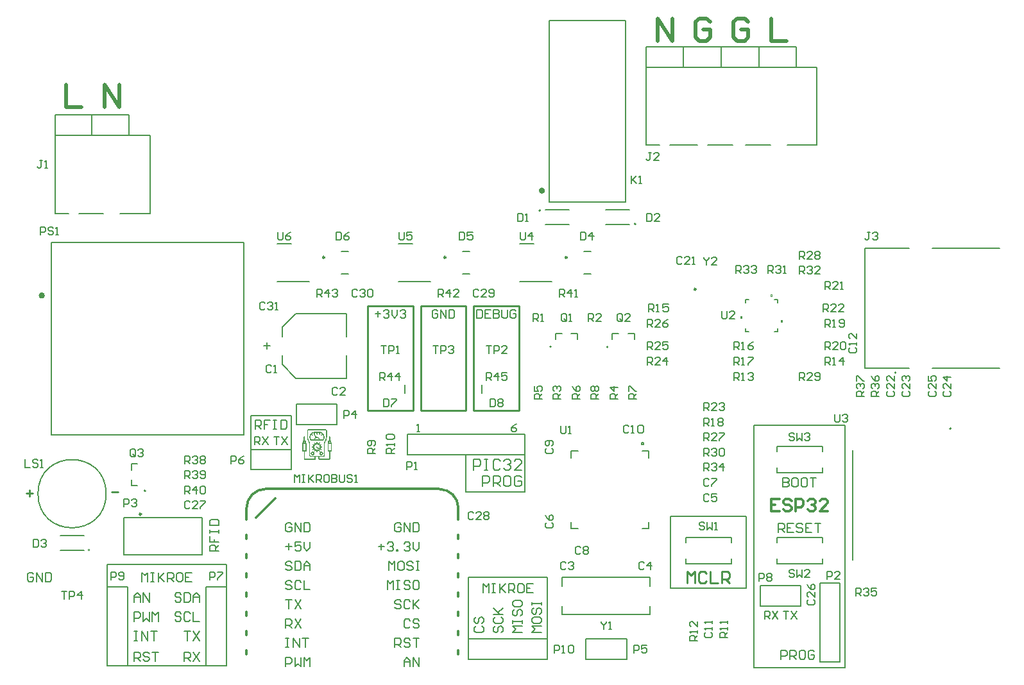
<source format=gbr>
%TF.GenerationSoftware,Altium Limited,Altium Designer,22.7.1 (60)*%
G04 Layer_Color=65535*
%FSLAX43Y43*%
%MOMM*%
%TF.SameCoordinates,FE58890B-FB48-4B87-A9EE-914DEB8A6D29*%
%TF.FilePolarity,Positive*%
%TF.FileFunction,Legend,Top*%
%TF.Part,Single*%
G01*
G75*
%TA.AperFunction,NonConductor*%
%ADD61C,0.400*%
%ADD62C,0.200*%
%ADD63C,0.305*%
%ADD64C,0.127*%
%ADD65C,0.250*%
%ADD66C,0.254*%
%ADD67C,0.152*%
%ADD68C,0.500*%
%ADD69C,0.150*%
%ADD70C,0.300*%
%ADD71C,0.076*%
%ADD72R,0.200X1.200*%
G36*
X111435Y50560D02*
X111181D01*
Y50940D01*
X111435D01*
Y50560D01*
D02*
G37*
G36*
X116819Y50060D02*
X116565D01*
Y50440D01*
X116819D01*
Y50060D01*
D02*
G37*
G36*
X56477Y35989D02*
X56500D01*
Y35983D01*
X56517D01*
Y35977D01*
X56523D01*
Y35971D01*
X56541D01*
Y35965D01*
X56546D01*
Y35960D01*
X56552D01*
Y35954D01*
X56564D01*
Y35948D01*
X56570D01*
Y35942D01*
X56576D01*
Y35936D01*
X56581D01*
Y35925D01*
X56587D01*
Y35919D01*
X56593D01*
Y35913D01*
X56599D01*
Y35901D01*
X56605D01*
Y35890D01*
X56610D01*
Y35884D01*
X56616D01*
Y35866D01*
X56622D01*
Y35849D01*
X56628D01*
Y35820D01*
X56634D01*
Y34906D01*
X56628D01*
Y34842D01*
X56622D01*
Y34802D01*
X56616D01*
Y34761D01*
X56610D01*
Y34743D01*
X56605D01*
Y34714D01*
X56599D01*
Y34685D01*
X56593D01*
Y34674D01*
X56587D01*
Y34650D01*
X56581D01*
Y34633D01*
X56576D01*
Y34615D01*
X56570D01*
Y34598D01*
X56564D01*
Y34586D01*
X56558D01*
Y34569D01*
X56552D01*
Y34551D01*
X56546D01*
Y34540D01*
X56541D01*
Y34528D01*
X56535D01*
Y34517D01*
X56529D01*
Y34505D01*
X56523D01*
Y34487D01*
X56517D01*
Y34482D01*
X56512D01*
Y34470D01*
X56506D01*
Y34458D01*
X56500D01*
Y34447D01*
X56494D01*
Y34435D01*
X56488D01*
Y34429D01*
X56482D01*
Y34418D01*
X56477D01*
Y34406D01*
X56471D01*
Y34394D01*
X56465D01*
Y34383D01*
X56459D01*
Y34371D01*
X56453D01*
Y34359D01*
X56448D01*
Y34348D01*
X56442D01*
Y34336D01*
X56436D01*
Y34325D01*
X56430D01*
Y34307D01*
X56424D01*
Y34295D01*
X56418D01*
Y34278D01*
X56413D01*
Y34261D01*
X56407D01*
Y34249D01*
X56401D01*
Y34226D01*
X56395D01*
Y34208D01*
X56389D01*
Y34185D01*
X56384D01*
Y34156D01*
X56378D01*
Y34132D01*
X56372D01*
Y34092D01*
X56366D01*
Y34034D01*
X56360D01*
Y32567D01*
X56354D01*
Y32532D01*
X56349D01*
Y32521D01*
X56343D01*
Y32503D01*
X56337D01*
Y32492D01*
X56331D01*
Y32480D01*
X56325D01*
Y32468D01*
X56320D01*
Y32463D01*
X56314D01*
Y32457D01*
X56308D01*
Y32445D01*
X56302D01*
Y32439D01*
X56296D01*
Y32433D01*
X56290D01*
Y32428D01*
X56285D01*
Y32422D01*
X56279D01*
Y32416D01*
X56267D01*
Y32410D01*
X56261D01*
Y32404D01*
X56250D01*
Y32398D01*
X56238D01*
Y32393D01*
X56232D01*
Y32387D01*
X56215D01*
Y32381D01*
X56192D01*
Y32375D01*
X56162D01*
Y32369D01*
X55656D01*
Y32364D01*
X55650D01*
Y32358D01*
X55656D01*
Y32119D01*
X56913D01*
Y32125D01*
X56919D01*
Y33056D01*
X56913D01*
Y33062D01*
X56762D01*
Y33068D01*
X56744D01*
Y33073D01*
X56738D01*
Y33079D01*
X56733D01*
Y33085D01*
X56727D01*
Y33097D01*
X56721D01*
Y33108D01*
X56715D01*
Y34179D01*
X56721D01*
Y34191D01*
X56727D01*
Y34202D01*
X56733D01*
Y34208D01*
X56738D01*
Y34214D01*
X56750D01*
Y34220D01*
X56762D01*
Y34226D01*
X56791D01*
Y34453D01*
X56797D01*
Y34470D01*
X56803D01*
Y34482D01*
X56808D01*
Y34493D01*
X56814D01*
Y34499D01*
X56820D01*
Y34505D01*
X56832D01*
Y34511D01*
X56849D01*
Y34517D01*
X56925D01*
Y34528D01*
X56931D01*
Y34534D01*
X56925D01*
Y35005D01*
X56931D01*
Y35034D01*
X56936D01*
Y35040D01*
X56942D01*
Y35052D01*
X56948D01*
Y35058D01*
X56960D01*
Y35063D01*
X56965D01*
Y35069D01*
X56995D01*
Y35075D01*
X57000D01*
Y35069D01*
X57029D01*
Y35063D01*
X57035D01*
Y35058D01*
X57041D01*
Y35052D01*
X57047D01*
Y35046D01*
X57053D01*
Y35040D01*
X57059D01*
Y35029D01*
X57064D01*
Y34517D01*
X57140D01*
Y34511D01*
X57163D01*
Y34505D01*
X57169D01*
Y34499D01*
X57175D01*
Y34493D01*
X57181D01*
Y34487D01*
X57187D01*
Y34482D01*
X57192D01*
Y34464D01*
X57198D01*
Y34231D01*
X57204D01*
Y34226D01*
X57227D01*
Y34220D01*
X57245D01*
Y34214D01*
X57251D01*
Y34208D01*
X57256D01*
Y34202D01*
X57262D01*
Y34196D01*
X57268D01*
Y34185D01*
X57274D01*
Y34167D01*
X57280D01*
Y33120D01*
X57274D01*
Y33103D01*
X57268D01*
Y33091D01*
X57262D01*
Y33085D01*
X57256D01*
Y33079D01*
X57251D01*
Y33073D01*
X57245D01*
Y33068D01*
X57233D01*
Y33062D01*
X57059D01*
Y33056D01*
X57053D01*
Y33050D01*
X57059D01*
Y32049D01*
X57053D01*
Y32020D01*
X57047D01*
Y32014D01*
X57041D01*
Y32009D01*
X57035D01*
Y32003D01*
X57029D01*
Y31997D01*
X57024D01*
Y31991D01*
X57012D01*
Y31985D01*
X55563D01*
Y31991D01*
X55546D01*
Y31997D01*
X55540D01*
Y32003D01*
X55534D01*
Y32009D01*
X55528D01*
Y32020D01*
X55522D01*
Y32026D01*
X55517D01*
Y32369D01*
X55127D01*
Y32026D01*
X55121D01*
Y32014D01*
X55115D01*
Y32009D01*
X55109D01*
Y32003D01*
X55103D01*
Y31997D01*
X55098D01*
Y31991D01*
X55080D01*
Y31985D01*
X53631D01*
Y31991D01*
X53620D01*
Y31997D01*
X53614D01*
Y32003D01*
X53608D01*
Y32009D01*
X53602D01*
Y32014D01*
X53596D01*
Y32020D01*
X53591D01*
Y33056D01*
X53585D01*
Y33062D01*
X53410D01*
Y33068D01*
X53399D01*
Y33073D01*
X53393D01*
Y33079D01*
X53387D01*
Y33085D01*
X53381D01*
Y33091D01*
X53375D01*
Y33103D01*
X53369D01*
Y33120D01*
X53364D01*
Y34167D01*
X53369D01*
Y34185D01*
X53375D01*
Y34196D01*
X53381D01*
Y34202D01*
X53387D01*
Y34208D01*
X53393D01*
Y34214D01*
X53399D01*
Y34220D01*
X53416D01*
Y34226D01*
X53439D01*
Y34231D01*
X53445D01*
Y34464D01*
X53451D01*
Y34482D01*
X53457D01*
Y34487D01*
X53463D01*
Y34493D01*
X53468D01*
Y34499D01*
X53474D01*
Y34505D01*
X53480D01*
Y34511D01*
X53503D01*
Y34517D01*
X53579D01*
Y35029D01*
X53585D01*
Y35040D01*
X53591D01*
Y35046D01*
X53596D01*
Y35052D01*
X53602D01*
Y35058D01*
X53608D01*
Y35063D01*
X53614D01*
Y35069D01*
X53643D01*
Y35075D01*
X53649D01*
Y35069D01*
X53678D01*
Y35063D01*
X53684D01*
Y35058D01*
X53695D01*
Y35052D01*
X53701D01*
Y35040D01*
X53707D01*
Y35034D01*
X53713D01*
Y35005D01*
X53719D01*
Y34534D01*
X53713D01*
Y34528D01*
X53719D01*
Y34517D01*
X53788D01*
Y34511D01*
X53812D01*
Y34505D01*
X53823D01*
Y34499D01*
X53829D01*
Y34493D01*
X53835D01*
Y34482D01*
X53841D01*
Y34470D01*
X53847D01*
Y34453D01*
X53852D01*
Y34226D01*
X53881D01*
Y34220D01*
X53893D01*
Y34214D01*
X53905D01*
Y34208D01*
X53911D01*
Y34202D01*
X53916D01*
Y34191D01*
X53922D01*
Y34179D01*
X53928D01*
Y33108D01*
X53922D01*
Y33097D01*
X53916D01*
Y33085D01*
X53911D01*
Y33079D01*
X53905D01*
Y33073D01*
X53899D01*
Y33068D01*
X53881D01*
Y33062D01*
X53730D01*
Y33056D01*
X53724D01*
Y32125D01*
X53730D01*
Y32119D01*
X54987D01*
Y32131D01*
X54993D01*
Y32369D01*
X54481D01*
Y32375D01*
X54452D01*
Y32381D01*
X54428D01*
Y32387D01*
X54411D01*
Y32393D01*
X54405D01*
Y32398D01*
X54394D01*
Y32404D01*
X54382D01*
Y32410D01*
X54376D01*
Y32416D01*
X54364D01*
Y32422D01*
X54359D01*
Y32428D01*
X54353D01*
Y32433D01*
X54347D01*
Y32439D01*
X54341D01*
Y32445D01*
X54335D01*
Y32457D01*
X54330D01*
Y32463D01*
X54324D01*
Y32468D01*
X54318D01*
Y32480D01*
X54312D01*
Y32492D01*
X54306D01*
Y32503D01*
X54300D01*
Y32521D01*
X54295D01*
Y32532D01*
X54289D01*
Y32567D01*
X54283D01*
Y34034D01*
X54277D01*
Y34092D01*
X54271D01*
Y34132D01*
X54266D01*
Y34156D01*
X54260D01*
Y34185D01*
X54254D01*
Y34208D01*
X54248D01*
Y34226D01*
X54242D01*
Y34249D01*
X54236D01*
Y34261D01*
X54231D01*
Y34278D01*
X54225D01*
Y34295D01*
X54219D01*
Y34307D01*
X54213D01*
Y34325D01*
X54207D01*
Y34336D01*
X54202D01*
Y34348D01*
X54196D01*
Y34359D01*
X54190D01*
Y34371D01*
X54184D01*
Y34383D01*
X54178D01*
Y34394D01*
X54172D01*
Y34406D01*
X54167D01*
Y34418D01*
X54161D01*
Y34429D01*
X54155D01*
Y34435D01*
X54149D01*
Y34447D01*
X54143D01*
Y34458D01*
X54138D01*
Y34470D01*
X54132D01*
Y34482D01*
X54126D01*
Y34487D01*
X54120D01*
Y34505D01*
X54114D01*
Y34517D01*
X54108D01*
Y34528D01*
X54103D01*
Y34540D01*
X54097D01*
Y34551D01*
X54091D01*
Y34569D01*
X54085D01*
Y34586D01*
X54079D01*
Y34598D01*
X54074D01*
Y34615D01*
X54068D01*
Y34633D01*
X54062D01*
Y34650D01*
X54056D01*
Y34674D01*
X54050D01*
Y34685D01*
X54044D01*
Y34714D01*
X54039D01*
Y34738D01*
X54033D01*
Y34761D01*
X54027D01*
Y34802D01*
X54021D01*
Y34842D01*
X54015D01*
Y34901D01*
X54009D01*
Y35820D01*
X54015D01*
Y35849D01*
X54021D01*
Y35866D01*
X54027D01*
Y35884D01*
X54033D01*
Y35890D01*
X54039D01*
Y35901D01*
X54044D01*
Y35913D01*
X54050D01*
Y35919D01*
X54056D01*
Y35925D01*
X54062D01*
Y35936D01*
X54068D01*
Y35942D01*
X54074D01*
Y35948D01*
X54079D01*
Y35954D01*
X54091D01*
Y35960D01*
X54097D01*
Y35965D01*
X54103D01*
Y35971D01*
X54120D01*
Y35977D01*
X54126D01*
Y35983D01*
X54143D01*
Y35989D01*
X54167D01*
Y35995D01*
X56477D01*
Y35989D01*
D02*
G37*
%LPC*%
G36*
X57059Y34377D02*
X56931D01*
Y34231D01*
X56936D01*
Y34226D01*
X57053D01*
Y34231D01*
X57059D01*
Y34237D01*
X57064D01*
Y34243D01*
X57059D01*
Y34359D01*
X57064D01*
Y34365D01*
X57059D01*
Y34377D01*
D02*
G37*
G36*
X53713D02*
X53585D01*
Y34365D01*
X53579D01*
Y34359D01*
X53585D01*
Y34249D01*
Y34243D01*
X53579D01*
Y34237D01*
X53585D01*
Y34231D01*
X53591D01*
Y34226D01*
X53707D01*
Y34231D01*
X53713D01*
Y34377D01*
D02*
G37*
G36*
X57134Y34086D02*
X56855D01*
Y33201D01*
X56861D01*
Y33196D01*
X56971D01*
Y33201D01*
X57006D01*
Y33196D01*
X57134D01*
Y33201D01*
X57140D01*
Y33271D01*
Y33277D01*
Y34080D01*
X57134D01*
Y34086D01*
D02*
G37*
G36*
X53788D02*
X53509D01*
Y34080D01*
X53503D01*
Y33201D01*
X53509D01*
Y33196D01*
X53637D01*
Y33201D01*
X53672D01*
Y33196D01*
X53783D01*
Y33201D01*
X53788D01*
Y34086D01*
D02*
G37*
G36*
X56448Y35861D02*
X54196D01*
Y35855D01*
X54178D01*
Y35849D01*
X54172D01*
Y35843D01*
X54167D01*
Y35837D01*
X54161D01*
Y35832D01*
X54155D01*
Y35820D01*
X54149D01*
Y34883D01*
X54155D01*
Y34837D01*
X54161D01*
Y34802D01*
X54167D01*
Y34767D01*
X54172D01*
Y34749D01*
X54178D01*
Y34720D01*
X54184D01*
Y34703D01*
X54190D01*
Y34685D01*
X54196D01*
Y34662D01*
X54202D01*
Y34650D01*
X54207D01*
Y34633D01*
X54213D01*
Y34615D01*
X54219D01*
Y34610D01*
X54225D01*
Y34592D01*
X54231D01*
Y34575D01*
X54236D01*
Y34569D01*
X54242D01*
Y34551D01*
X54248D01*
Y34546D01*
X54254D01*
Y34534D01*
X54260D01*
Y34522D01*
X54266D01*
Y34511D01*
X54271D01*
Y34499D01*
X54277D01*
Y34487D01*
X54283D01*
Y34482D01*
X54289D01*
Y34470D01*
X54295D01*
Y34458D01*
X54300D01*
Y34447D01*
X54306D01*
Y34435D01*
X54312D01*
Y34423D01*
X54318D01*
Y34412D01*
X54324D01*
Y34400D01*
X54330D01*
Y34389D01*
X54335D01*
Y34371D01*
X54341D01*
Y34359D01*
X54347D01*
Y34348D01*
X54353D01*
Y34325D01*
X54359D01*
Y34313D01*
X54364D01*
Y34295D01*
X54370D01*
Y34278D01*
X54376D01*
Y34261D01*
X54382D01*
Y34237D01*
X54388D01*
Y34214D01*
X54394D01*
Y34191D01*
X54399D01*
Y34162D01*
X54405D01*
Y34132D01*
X54411D01*
Y34086D01*
X54417D01*
Y34010D01*
X54423D01*
Y32573D01*
X54428D01*
Y32556D01*
X54434D01*
Y32544D01*
X54440D01*
Y32538D01*
X54446D01*
Y32532D01*
X54452D01*
Y32527D01*
X54458D01*
Y32521D01*
X54469D01*
Y32515D01*
X54481D01*
Y32509D01*
X56162D01*
Y32515D01*
X56174D01*
Y32521D01*
X56186D01*
Y32527D01*
X56192D01*
Y32532D01*
X56197D01*
Y32538D01*
X56203D01*
Y32544D01*
X56209D01*
Y32556D01*
X56215D01*
Y32573D01*
X56221D01*
Y34010D01*
X56226D01*
Y34086D01*
X56232D01*
Y34132D01*
X56238D01*
Y34162D01*
X56244D01*
Y34191D01*
X56250D01*
Y34214D01*
X56256D01*
Y34237D01*
X56261D01*
Y34261D01*
X56267D01*
Y34278D01*
X56273D01*
Y34295D01*
X56279D01*
Y34313D01*
X56285D01*
Y34325D01*
X56290D01*
Y34348D01*
X56296D01*
Y34359D01*
X56302D01*
Y34371D01*
X56308D01*
Y34389D01*
X56314D01*
Y34400D01*
X56320D01*
Y34412D01*
X56325D01*
Y34423D01*
X56331D01*
Y34435D01*
X56337D01*
Y34447D01*
X56343D01*
Y34458D01*
X56349D01*
Y34470D01*
X56354D01*
Y34482D01*
X56360D01*
Y34487D01*
X56366D01*
Y34499D01*
X56372D01*
Y34511D01*
X56378D01*
Y34522D01*
X56384D01*
Y34534D01*
X56389D01*
Y34546D01*
X56395D01*
Y34551D01*
X56401D01*
Y34569D01*
X56407D01*
Y34575D01*
X56413D01*
Y34592D01*
X56418D01*
Y34604D01*
X56424D01*
Y34615D01*
X56430D01*
Y34633D01*
X56436D01*
Y34650D01*
X56442D01*
Y34662D01*
X56448D01*
Y34685D01*
X56453D01*
Y34697D01*
X56459D01*
Y34720D01*
X56465D01*
Y34749D01*
X56471D01*
Y34767D01*
X56477D01*
Y34802D01*
X56482D01*
Y34837D01*
X56488D01*
Y34883D01*
X56494D01*
Y35814D01*
X56488D01*
Y35832D01*
X56482D01*
Y35837D01*
X56477D01*
Y35843D01*
X56471D01*
Y35849D01*
X56465D01*
Y35855D01*
X56448D01*
Y35861D01*
D02*
G37*
%LPD*%
G36*
X55679Y35669D02*
X55703D01*
Y35663D01*
X55738D01*
Y35657D01*
X55767D01*
Y35651D01*
X55784D01*
Y35645D01*
X55807D01*
Y35640D01*
X55825D01*
Y35634D01*
X55842D01*
Y35628D01*
X55860D01*
Y35622D01*
X55871D01*
Y35616D01*
X55883D01*
Y35610D01*
X55901D01*
Y35605D01*
X55906D01*
Y35599D01*
X55924D01*
Y35593D01*
X55936D01*
Y35587D01*
X55941D01*
Y35581D01*
X55953D01*
Y35576D01*
X55965D01*
Y35570D01*
X55970D01*
Y35564D01*
X55982D01*
Y35558D01*
X55988D01*
Y35552D01*
X56000D01*
Y35546D01*
X56011D01*
Y35541D01*
X56017D01*
Y35535D01*
X56023D01*
Y35529D01*
X56034D01*
Y35523D01*
X56040D01*
Y35517D01*
X56046D01*
Y35512D01*
X56052D01*
Y35506D01*
X56058D01*
Y35500D01*
X56069D01*
Y35494D01*
X56075D01*
Y35488D01*
X56081D01*
Y35482D01*
X56087D01*
Y35477D01*
X56093D01*
Y35471D01*
X56098D01*
Y35465D01*
X56104D01*
Y35459D01*
X56110D01*
Y35453D01*
X56116D01*
Y35448D01*
X56122D01*
Y35442D01*
X56128D01*
Y35436D01*
X56133D01*
Y35430D01*
X56139D01*
Y35424D01*
X56145D01*
Y35413D01*
X56151D01*
Y35407D01*
X56157D01*
Y35401D01*
X56162D01*
Y35395D01*
X56168D01*
Y35384D01*
X56174D01*
Y35378D01*
X56180D01*
Y35366D01*
X56186D01*
Y35360D01*
X56192D01*
Y35349D01*
X56197D01*
Y35343D01*
X56203D01*
Y35331D01*
X56209D01*
Y35325D01*
X56215D01*
Y35314D01*
X56221D01*
Y35302D01*
X56226D01*
Y35290D01*
X56232D01*
Y35279D01*
X56238D01*
Y35267D01*
X56244D01*
Y35256D01*
X56250D01*
Y35244D01*
X56256D01*
Y35226D01*
X56261D01*
Y35209D01*
X56267D01*
Y35197D01*
X56273D01*
Y35180D01*
X56279D01*
Y35157D01*
X56285D01*
Y35139D01*
X56290D01*
Y35116D01*
X56296D01*
Y35087D01*
X56302D01*
Y35052D01*
X56308D01*
Y35040D01*
Y35034D01*
Y34871D01*
X56302D01*
Y34837D01*
X56296D01*
Y34807D01*
X56290D01*
Y34778D01*
X56285D01*
Y34761D01*
X56279D01*
Y34743D01*
X56273D01*
Y34720D01*
X56267D01*
Y34709D01*
X56261D01*
Y34691D01*
X56256D01*
Y34679D01*
X56250D01*
Y34668D01*
X56244D01*
Y34650D01*
X56238D01*
Y34645D01*
X56232D01*
Y34627D01*
X56226D01*
Y34615D01*
X56221D01*
Y34610D01*
X56215D01*
Y34598D01*
X56209D01*
Y34586D01*
X56203D01*
Y34575D01*
X56197D01*
Y34563D01*
X56192D01*
Y34557D01*
X56186D01*
Y34551D01*
X56180D01*
Y34546D01*
X56168D01*
Y34540D01*
X56157D01*
Y34534D01*
X55650D01*
Y34528D01*
X55627D01*
Y34534D01*
X55016D01*
Y34528D01*
X54993D01*
Y34534D01*
X54487D01*
Y34540D01*
X54475D01*
Y34546D01*
X54463D01*
Y34551D01*
X54458D01*
Y34557D01*
X54452D01*
Y34563D01*
X54446D01*
Y34575D01*
X54440D01*
Y34586D01*
X54434D01*
Y34598D01*
X54428D01*
Y34610D01*
X54423D01*
Y34615D01*
X54417D01*
Y34627D01*
X54411D01*
Y34645D01*
X54405D01*
Y34650D01*
X54399D01*
Y34668D01*
X54394D01*
Y34679D01*
X54388D01*
Y34691D01*
X54382D01*
Y34709D01*
X54376D01*
Y34720D01*
X54370D01*
Y34743D01*
X54364D01*
Y34761D01*
X54359D01*
Y34778D01*
X54353D01*
Y34807D01*
X54347D01*
Y34837D01*
X54341D01*
Y34871D01*
X54335D01*
Y35052D01*
X54341D01*
Y35087D01*
X54347D01*
Y35116D01*
X54353D01*
Y35139D01*
X54359D01*
Y35157D01*
X54364D01*
Y35180D01*
X54370D01*
Y35197D01*
X54376D01*
Y35209D01*
X54382D01*
Y35226D01*
X54388D01*
Y35238D01*
X54394D01*
Y35256D01*
X54399D01*
Y35267D01*
X54405D01*
Y35279D01*
X54411D01*
Y35290D01*
X54417D01*
Y35302D01*
X54423D01*
Y35314D01*
X54428D01*
Y35325D01*
X54434D01*
Y35331D01*
X54440D01*
Y35343D01*
X54446D01*
Y35349D01*
X54452D01*
Y35360D01*
X54458D01*
Y35366D01*
X54463D01*
Y35378D01*
X54469D01*
Y35384D01*
X54475D01*
Y35395D01*
X54481D01*
Y35401D01*
X54487D01*
Y35407D01*
X54492D01*
Y35413D01*
X54498D01*
Y35418D01*
X54504D01*
Y35430D01*
X54510D01*
Y35436D01*
X54516D01*
Y35442D01*
X54522D01*
Y35448D01*
X54527D01*
Y35453D01*
X54533D01*
Y35459D01*
X54539D01*
Y35465D01*
X54545D01*
Y35471D01*
X54551D01*
Y35477D01*
X54556D01*
Y35482D01*
X54562D01*
Y35488D01*
X54568D01*
Y35494D01*
X54574D01*
Y35500D01*
X54586D01*
Y35506D01*
X54591D01*
Y35512D01*
X54597D01*
Y35517D01*
X54603D01*
Y35523D01*
X54609D01*
Y35529D01*
X54620D01*
Y35535D01*
X54626D01*
Y35541D01*
X54632D01*
Y35546D01*
X54644D01*
Y35552D01*
X54655D01*
Y35558D01*
X54661D01*
Y35564D01*
X54673D01*
Y35570D01*
X54679D01*
Y35576D01*
X54690D01*
Y35581D01*
X54702D01*
Y35587D01*
X54708D01*
Y35593D01*
X54719D01*
Y35599D01*
X54737D01*
Y35605D01*
X54743D01*
Y35610D01*
X54760D01*
Y35616D01*
X54772D01*
Y35622D01*
X54783D01*
Y35628D01*
X54801D01*
Y35634D01*
X54818D01*
Y35640D01*
X54836D01*
Y35645D01*
X54859D01*
Y35651D01*
X54876D01*
Y35657D01*
X54906D01*
Y35663D01*
X54940D01*
Y35669D01*
X54964D01*
Y35674D01*
X55679D01*
Y35669D01*
D02*
G37*
G36*
X55342Y34342D02*
X55359D01*
Y34336D01*
X55365D01*
Y34330D01*
X55371D01*
Y34325D01*
X55377D01*
Y34319D01*
X55383D01*
Y34307D01*
X55389D01*
Y34156D01*
X55394D01*
Y34150D01*
X55412D01*
Y34144D01*
X55435D01*
Y34138D01*
X55464D01*
Y34132D01*
X55482D01*
Y34127D01*
X55493D01*
Y34121D01*
X55511D01*
Y34127D01*
X55517D01*
Y34138D01*
X55522D01*
Y34144D01*
X55528D01*
Y34156D01*
X55534D01*
Y34167D01*
X55540D01*
Y34173D01*
X55546D01*
Y34185D01*
X55551D01*
Y34196D01*
X55557D01*
Y34208D01*
X55563D01*
Y34220D01*
X55569D01*
Y34226D01*
X55575D01*
Y34237D01*
X55581D01*
Y34243D01*
X55586D01*
Y34249D01*
X55592D01*
Y34255D01*
X55598D01*
Y34261D01*
X55621D01*
Y34266D01*
X55650D01*
Y34261D01*
X55668D01*
Y34255D01*
X55674D01*
Y34249D01*
X55679D01*
Y34243D01*
X55685D01*
Y34237D01*
X55691D01*
Y34231D01*
X55697D01*
Y34220D01*
X55703D01*
Y34173D01*
X55697D01*
Y34162D01*
X55691D01*
Y34156D01*
X55685D01*
Y34144D01*
X55679D01*
Y34132D01*
X55674D01*
Y34121D01*
X55668D01*
Y34109D01*
X55662D01*
Y34103D01*
X55656D01*
Y34092D01*
X55650D01*
Y34080D01*
X55645D01*
Y34074D01*
X55639D01*
Y34063D01*
X55633D01*
Y34057D01*
X55627D01*
Y34051D01*
X55633D01*
Y34045D01*
X55639D01*
Y34039D01*
X55645D01*
Y34034D01*
X55650D01*
Y34028D01*
X55656D01*
Y34022D01*
X55662D01*
Y34016D01*
X55668D01*
Y34010D01*
X55674D01*
Y34004D01*
X55679D01*
Y33999D01*
X55685D01*
Y33993D01*
X55691D01*
Y33987D01*
X55697D01*
Y33981D01*
X55703D01*
Y33975D01*
X55709D01*
Y33970D01*
X55714D01*
Y33964D01*
X55720D01*
Y33970D01*
X55732D01*
Y33975D01*
X55743D01*
Y33981D01*
X55755D01*
Y33987D01*
X55761D01*
Y33993D01*
X55773D01*
Y33999D01*
X55784D01*
Y34004D01*
X55790D01*
Y34010D01*
X55802D01*
Y34016D01*
X55813D01*
Y34022D01*
X55819D01*
Y34028D01*
X55837D01*
Y34034D01*
X55854D01*
Y34039D01*
X55871D01*
Y34034D01*
X55889D01*
Y34028D01*
X55901D01*
Y34022D01*
X55906D01*
Y34016D01*
X55918D01*
Y34004D01*
X55924D01*
Y33993D01*
X55930D01*
Y33946D01*
X55924D01*
Y33935D01*
X55918D01*
Y33923D01*
X55912D01*
Y33917D01*
X55906D01*
Y33911D01*
X55895D01*
Y33906D01*
X55883D01*
Y33900D01*
X55877D01*
Y33894D01*
X55866D01*
Y33888D01*
X55854D01*
Y33882D01*
X55848D01*
Y33876D01*
X55837D01*
Y33871D01*
X55825D01*
Y33865D01*
X55819D01*
Y33859D01*
X55807D01*
Y33853D01*
X55796D01*
Y33847D01*
X55790D01*
Y33842D01*
X55784D01*
Y33836D01*
X55790D01*
Y33818D01*
X55796D01*
Y33801D01*
X55802D01*
Y33783D01*
X55807D01*
Y33754D01*
X55813D01*
Y33731D01*
X55819D01*
Y33725D01*
X55965D01*
Y33719D01*
X55982D01*
Y33714D01*
X55988D01*
Y33708D01*
X55994D01*
Y33702D01*
X56000D01*
Y33696D01*
X56005D01*
Y33684D01*
X56011D01*
Y33667D01*
X56017D01*
Y33650D01*
X56011D01*
Y33626D01*
X56005D01*
Y33620D01*
X56000D01*
Y33609D01*
X55994D01*
Y33603D01*
X55988D01*
Y33597D01*
X55976D01*
Y33591D01*
X55953D01*
Y33586D01*
X55813D01*
Y33556D01*
X55807D01*
Y33533D01*
X55802D01*
Y33516D01*
X55796D01*
Y33492D01*
X55790D01*
Y33481D01*
X55784D01*
Y33469D01*
X55790D01*
Y33463D01*
X55796D01*
Y33458D01*
X55807D01*
Y33452D01*
X55819D01*
Y33446D01*
X55825D01*
Y33440D01*
X55842D01*
Y33434D01*
X55848D01*
Y33428D01*
X55860D01*
Y33423D01*
X55871D01*
Y33417D01*
X55877D01*
Y33411D01*
X55889D01*
Y33405D01*
X55901D01*
Y33399D01*
X55906D01*
Y33394D01*
X55912D01*
Y33388D01*
X55918D01*
Y33382D01*
X55924D01*
Y33370D01*
X55930D01*
Y33318D01*
X55924D01*
Y33312D01*
X55918D01*
Y33300D01*
X55912D01*
Y33295D01*
X55906D01*
Y33289D01*
X55901D01*
Y33283D01*
X55883D01*
Y33277D01*
X55837D01*
Y33283D01*
X55825D01*
Y33289D01*
X55813D01*
Y33295D01*
X55807D01*
Y33300D01*
X55796D01*
Y33306D01*
X55784D01*
Y33312D01*
X55773D01*
Y33318D01*
X55761D01*
Y33324D01*
X55755D01*
Y33329D01*
X55743D01*
Y33335D01*
X55738D01*
Y33341D01*
X55726D01*
Y33347D01*
X55709D01*
Y33341D01*
X55703D01*
Y33329D01*
X55697D01*
Y33324D01*
X55691D01*
Y33318D01*
X55685D01*
Y33312D01*
X55679D01*
Y33306D01*
X55674D01*
Y33300D01*
X55668D01*
Y33295D01*
X55662D01*
Y33289D01*
X55656D01*
Y33283D01*
X55650D01*
Y33277D01*
X55645D01*
Y33271D01*
X55633D01*
Y33248D01*
X55639D01*
Y33236D01*
X55645D01*
Y33231D01*
X55650D01*
Y33219D01*
X55656D01*
Y33207D01*
X55662D01*
Y33201D01*
X55668D01*
Y33190D01*
X55674D01*
Y33178D01*
X55679D01*
Y33172D01*
X55685D01*
Y33161D01*
X55691D01*
Y33149D01*
X55697D01*
Y33137D01*
X55703D01*
Y33097D01*
X55697D01*
Y33085D01*
X55691D01*
Y33073D01*
X55685D01*
Y33068D01*
X55679D01*
Y33062D01*
X55674D01*
Y33056D01*
X55662D01*
Y33050D01*
X55604D01*
Y33056D01*
X55592D01*
Y33062D01*
X55586D01*
Y33068D01*
X55581D01*
Y33073D01*
X55575D01*
Y33085D01*
X55569D01*
Y33097D01*
X55563D01*
Y33108D01*
X55557D01*
Y33114D01*
X55551D01*
Y33126D01*
X55546D01*
Y33137D01*
X55540D01*
Y33143D01*
X55534D01*
Y33155D01*
X55528D01*
Y33167D01*
X55522D01*
Y33172D01*
X55517D01*
Y33184D01*
X55511D01*
Y33190D01*
X55487D01*
Y33184D01*
X55476D01*
Y33178D01*
X55453D01*
Y33172D01*
X55423D01*
Y33167D01*
X55400D01*
Y33161D01*
X55389D01*
Y33004D01*
X55383D01*
Y32998D01*
X55377D01*
Y32986D01*
X55371D01*
Y32980D01*
X55365D01*
Y32975D01*
X55354D01*
Y32969D01*
X55342D01*
Y32963D01*
X55301D01*
Y32969D01*
X55290D01*
Y32975D01*
X55278D01*
Y32980D01*
X55272D01*
Y32986D01*
X55266D01*
Y32998D01*
X55261D01*
Y33004D01*
X55255D01*
Y33161D01*
X55237D01*
Y33167D01*
X55214D01*
Y33172D01*
X55191D01*
Y33178D01*
X55167D01*
Y33184D01*
X55156D01*
Y33190D01*
X55133D01*
Y33184D01*
X55127D01*
Y33172D01*
X55121D01*
Y33167D01*
X55115D01*
Y33155D01*
X55109D01*
Y33143D01*
X55103D01*
Y33137D01*
X55098D01*
Y33126D01*
X55092D01*
Y33114D01*
X55086D01*
Y33103D01*
X55080D01*
Y33091D01*
X55074D01*
Y33085D01*
X55069D01*
Y33073D01*
X55063D01*
Y33068D01*
X55057D01*
Y33062D01*
X55051D01*
Y33056D01*
X55039D01*
Y33050D01*
X54981D01*
Y33056D01*
X54970D01*
Y33062D01*
X54964D01*
Y33068D01*
X54958D01*
Y33073D01*
X54952D01*
Y33085D01*
X54946D01*
Y33097D01*
X54940D01*
Y33137D01*
X54946D01*
Y33149D01*
X54952D01*
Y33161D01*
X54958D01*
Y33172D01*
X54964D01*
Y33178D01*
X54970D01*
Y33190D01*
X54975D01*
Y33201D01*
X54981D01*
Y33207D01*
X54987D01*
Y33219D01*
X54993D01*
Y33231D01*
X54999D01*
Y33236D01*
X55005D01*
Y33248D01*
X55010D01*
Y33271D01*
X54999D01*
Y33277D01*
X54993D01*
Y33283D01*
X54987D01*
Y33289D01*
X54981D01*
Y33295D01*
X54975D01*
Y33300D01*
X54970D01*
Y33306D01*
X54964D01*
Y33312D01*
X54958D01*
Y33318D01*
X54952D01*
Y33324D01*
X54946D01*
Y33329D01*
X54940D01*
Y33335D01*
X54935D01*
Y33347D01*
X54917D01*
Y33341D01*
X54911D01*
Y33335D01*
X54900D01*
Y33329D01*
X54888D01*
Y33324D01*
X54882D01*
Y33318D01*
X54871D01*
Y33312D01*
X54859D01*
Y33306D01*
X54847D01*
Y33300D01*
X54836D01*
Y33295D01*
X54830D01*
Y33289D01*
X54818D01*
Y33283D01*
X54807D01*
Y33277D01*
X54760D01*
Y33283D01*
X54743D01*
Y33289D01*
X54737D01*
Y33295D01*
X54731D01*
Y33300D01*
X54725D01*
Y33306D01*
X54719D01*
Y33318D01*
X54714D01*
Y33370D01*
X54719D01*
Y33382D01*
X54725D01*
Y33388D01*
X54731D01*
Y33394D01*
X54737D01*
Y33399D01*
X54743D01*
Y33405D01*
X54754D01*
Y33411D01*
X54766D01*
Y33417D01*
X54772D01*
Y33423D01*
X54783D01*
Y33428D01*
X54795D01*
Y33434D01*
X54801D01*
Y33440D01*
X54818D01*
Y33446D01*
X54824D01*
Y33452D01*
X54836D01*
Y33458D01*
X54847D01*
Y33463D01*
X54853D01*
Y33469D01*
X54859D01*
Y33481D01*
X54853D01*
Y33492D01*
X54847D01*
Y33516D01*
X54842D01*
Y33527D01*
X54836D01*
Y33556D01*
X54830D01*
Y33586D01*
X54690D01*
Y33591D01*
X54667D01*
Y33597D01*
X54655D01*
Y33603D01*
X54650D01*
Y33609D01*
X54644D01*
Y33615D01*
X54638D01*
Y33626D01*
X54632D01*
Y33650D01*
X54626D01*
Y33667D01*
X54632D01*
Y33684D01*
X54638D01*
Y33696D01*
X54644D01*
Y33702D01*
X54650D01*
Y33708D01*
X54655D01*
Y33714D01*
X54661D01*
Y33719D01*
X54679D01*
Y33725D01*
X54824D01*
Y33731D01*
X54830D01*
Y33754D01*
X54836D01*
Y33783D01*
X54842D01*
Y33801D01*
X54847D01*
Y33818D01*
X54853D01*
Y33836D01*
X54859D01*
Y33842D01*
X54853D01*
Y33847D01*
X54847D01*
Y33853D01*
X54836D01*
Y33859D01*
X54824D01*
Y33865D01*
X54818D01*
Y33871D01*
X54807D01*
Y33876D01*
X54795D01*
Y33882D01*
X54789D01*
Y33888D01*
X54778D01*
Y33894D01*
X54766D01*
Y33900D01*
X54760D01*
Y33906D01*
X54748D01*
Y33911D01*
X54737D01*
Y33917D01*
X54731D01*
Y33923D01*
X54725D01*
Y33935D01*
X54719D01*
Y33946D01*
X54714D01*
Y33993D01*
X54719D01*
Y34004D01*
X54725D01*
Y34016D01*
X54737D01*
Y34022D01*
X54743D01*
Y34028D01*
X54754D01*
Y34034D01*
X54772D01*
Y34039D01*
X54789D01*
Y34034D01*
X54807D01*
Y34028D01*
X54824D01*
Y34022D01*
X54830D01*
Y34016D01*
X54842D01*
Y34010D01*
X54853D01*
Y34004D01*
X54859D01*
Y33999D01*
X54871D01*
Y33993D01*
X54882D01*
Y33987D01*
X54888D01*
Y33981D01*
X54906D01*
Y33975D01*
X54911D01*
Y33970D01*
X54923D01*
Y33964D01*
X54929D01*
Y33970D01*
X54935D01*
Y33975D01*
X54940D01*
Y33981D01*
X54946D01*
Y33987D01*
X54952D01*
Y33993D01*
X54958D01*
Y33999D01*
X54964D01*
Y34004D01*
X54970D01*
Y34010D01*
X54975D01*
Y34016D01*
X54981D01*
Y34022D01*
X54987D01*
Y34028D01*
X54993D01*
Y34034D01*
X54999D01*
Y34039D01*
X55005D01*
Y34045D01*
X55010D01*
Y34051D01*
X55016D01*
Y34057D01*
X55010D01*
Y34063D01*
X55005D01*
Y34074D01*
X54999D01*
Y34080D01*
X54993D01*
Y34092D01*
X54987D01*
Y34103D01*
X54981D01*
Y34109D01*
X54975D01*
Y34121D01*
X54970D01*
Y34132D01*
X54964D01*
Y34144D01*
X54958D01*
Y34156D01*
X54952D01*
Y34162D01*
X54946D01*
Y34173D01*
X54940D01*
Y34220D01*
X54946D01*
Y34231D01*
X54952D01*
Y34237D01*
X54958D01*
Y34249D01*
X54970D01*
Y34255D01*
X54975D01*
Y34261D01*
X54993D01*
Y34266D01*
X55022D01*
Y34261D01*
X55045D01*
Y34255D01*
X55051D01*
Y34249D01*
X55057D01*
Y34243D01*
X55063D01*
Y34237D01*
X55069D01*
Y34226D01*
X55074D01*
Y34220D01*
X55080D01*
Y34208D01*
X55086D01*
Y34196D01*
X55092D01*
Y34185D01*
X55098D01*
Y34173D01*
X55103D01*
Y34167D01*
X55109D01*
Y34156D01*
X55115D01*
Y34144D01*
X55121D01*
Y34138D01*
X55127D01*
Y34127D01*
X55133D01*
Y34121D01*
X55150D01*
Y34127D01*
X55162D01*
Y34132D01*
X55179D01*
Y34138D01*
X55208D01*
Y34144D01*
X55231D01*
Y34150D01*
X55249D01*
Y34156D01*
X55255D01*
Y34307D01*
X55261D01*
Y34319D01*
X55266D01*
Y34325D01*
X55272D01*
Y34330D01*
X55278D01*
Y34336D01*
X55284D01*
Y34342D01*
X55301D01*
Y34348D01*
X55342D01*
Y34342D01*
D02*
G37*
G36*
X55924Y33050D02*
X55965D01*
Y33044D01*
X55976D01*
Y33039D01*
X55994D01*
Y33033D01*
X56005D01*
Y33027D01*
X56017D01*
Y33021D01*
X56029D01*
Y33015D01*
X56034D01*
Y33009D01*
X56040D01*
Y33004D01*
X56052D01*
Y32998D01*
X56058D01*
Y32992D01*
X56064D01*
Y32986D01*
X56069D01*
Y32980D01*
X56075D01*
Y32975D01*
X56081D01*
Y32969D01*
X56087D01*
Y32963D01*
X56093D01*
Y32951D01*
X56098D01*
Y32945D01*
X56104D01*
Y32934D01*
X56110D01*
Y32922D01*
X56116D01*
Y32916D01*
X56122D01*
Y32899D01*
X56128D01*
Y32881D01*
X56133D01*
Y32858D01*
X56139D01*
Y32765D01*
X56133D01*
Y32742D01*
X56128D01*
Y32724D01*
X56122D01*
Y32713D01*
X56116D01*
Y32701D01*
X56110D01*
Y32689D01*
X56104D01*
Y32678D01*
X56098D01*
Y32672D01*
X56093D01*
Y32660D01*
X56087D01*
Y32655D01*
X56081D01*
Y32649D01*
X56075D01*
Y32643D01*
X56069D01*
Y32637D01*
X56064D01*
Y32631D01*
X56058D01*
Y32625D01*
X56052D01*
Y32620D01*
X56040D01*
Y32614D01*
X56034D01*
Y32608D01*
X56029D01*
Y32602D01*
X56017D01*
Y32596D01*
X56005D01*
Y32591D01*
X55994D01*
Y32585D01*
X55976D01*
Y32579D01*
X55959D01*
Y32573D01*
X55924D01*
Y32567D01*
X55871D01*
Y32573D01*
X55837D01*
Y32579D01*
X55819D01*
Y32585D01*
X55802D01*
Y32591D01*
X55790D01*
Y32596D01*
X55778D01*
Y32602D01*
X55767D01*
Y32608D01*
X55761D01*
Y32614D01*
X55755D01*
Y32620D01*
X55743D01*
Y32625D01*
X55738D01*
Y32631D01*
X55732D01*
Y32637D01*
X55726D01*
Y32643D01*
X55720D01*
Y32649D01*
X55714D01*
Y32655D01*
X55709D01*
Y32660D01*
X55703D01*
Y32672D01*
X55697D01*
Y32678D01*
X55691D01*
Y32689D01*
X55685D01*
Y32701D01*
X55679D01*
Y32707D01*
X55674D01*
Y32724D01*
X55668D01*
Y32742D01*
X55662D01*
Y32759D01*
X55656D01*
Y32864D01*
X55662D01*
Y32881D01*
X55668D01*
Y32899D01*
X55674D01*
Y32916D01*
X55679D01*
Y32922D01*
X55685D01*
Y32934D01*
X55691D01*
Y32945D01*
X55697D01*
Y32951D01*
X55703D01*
Y32963D01*
X55709D01*
Y32969D01*
X55714D01*
Y32975D01*
X55720D01*
Y32980D01*
X55726D01*
Y32986D01*
X55732D01*
Y32992D01*
X55738D01*
Y32998D01*
X55743D01*
Y33004D01*
X55749D01*
Y33009D01*
X55761D01*
Y33015D01*
X55767D01*
Y33021D01*
X55778D01*
Y33027D01*
X55790D01*
Y33033D01*
X55802D01*
Y33039D01*
X55819D01*
Y33044D01*
X55831D01*
Y33050D01*
X55871D01*
Y33056D01*
X55924D01*
Y33050D01*
D02*
G37*
G36*
X54772D02*
X54812D01*
Y33044D01*
X54824D01*
Y33039D01*
X54842D01*
Y33033D01*
X54853D01*
Y33027D01*
X54865D01*
Y33021D01*
X54876D01*
Y33015D01*
X54882D01*
Y33009D01*
X54894D01*
Y33004D01*
X54900D01*
Y32998D01*
X54906D01*
Y32992D01*
X54911D01*
Y32986D01*
X54917D01*
Y32980D01*
X54923D01*
Y32975D01*
X54929D01*
Y32969D01*
X54935D01*
Y32963D01*
X54940D01*
Y32951D01*
X54946D01*
Y32945D01*
X54952D01*
Y32934D01*
X54958D01*
Y32922D01*
X54964D01*
Y32916D01*
X54970D01*
Y32899D01*
X54975D01*
Y32881D01*
X54981D01*
Y32864D01*
X54987D01*
Y32759D01*
X54981D01*
Y32742D01*
X54975D01*
Y32730D01*
Y32724D01*
X54970D01*
Y32713D01*
X54964D01*
Y32701D01*
X54958D01*
Y32689D01*
X54952D01*
Y32678D01*
X54946D01*
Y32672D01*
X54940D01*
Y32660D01*
X54935D01*
Y32655D01*
X54929D01*
Y32649D01*
X54923D01*
Y32643D01*
X54917D01*
Y32637D01*
X54911D01*
Y32631D01*
X54906D01*
Y32625D01*
X54900D01*
Y32620D01*
X54888D01*
Y32614D01*
X54882D01*
Y32608D01*
X54876D01*
Y32602D01*
X54865D01*
Y32596D01*
X54853D01*
Y32591D01*
X54842D01*
Y32585D01*
X54824D01*
Y32579D01*
X54807D01*
Y32573D01*
X54772D01*
Y32567D01*
X54719D01*
Y32573D01*
X54684D01*
Y32579D01*
X54667D01*
Y32585D01*
X54650D01*
Y32591D01*
X54638D01*
Y32596D01*
X54626D01*
Y32602D01*
X54615D01*
Y32608D01*
X54609D01*
Y32614D01*
X54603D01*
Y32620D01*
X54591D01*
Y32625D01*
X54586D01*
Y32631D01*
X54580D01*
Y32637D01*
X54574D01*
Y32643D01*
X54568D01*
Y32649D01*
X54562D01*
Y32655D01*
X54556D01*
Y32660D01*
X54551D01*
Y32672D01*
X54545D01*
Y32678D01*
X54539D01*
Y32689D01*
X54533D01*
Y32701D01*
X54527D01*
Y32707D01*
X54522D01*
Y32724D01*
X54516D01*
Y32742D01*
X54510D01*
Y32765D01*
X54504D01*
Y32858D01*
X54510D01*
Y32887D01*
X54516D01*
Y32899D01*
X54522D01*
Y32916D01*
X54527D01*
Y32928D01*
X54533D01*
Y32934D01*
X54539D01*
Y32945D01*
X54545D01*
Y32951D01*
X54551D01*
Y32963D01*
X54556D01*
Y32969D01*
X54562D01*
Y32975D01*
X54568D01*
Y32980D01*
X54574D01*
Y32986D01*
X54580D01*
Y32992D01*
X54586D01*
Y32998D01*
X54591D01*
Y33004D01*
X54597D01*
Y33009D01*
X54609D01*
Y33015D01*
X54615D01*
Y33021D01*
X54626D01*
Y33027D01*
X54638D01*
Y33033D01*
X54650D01*
Y33039D01*
X54667D01*
Y33044D01*
X54679D01*
Y33050D01*
X54714D01*
Y33056D01*
X54772D01*
Y33050D01*
D02*
G37*
%LPC*%
G36*
X55592Y35535D02*
X55389D01*
Y35337D01*
X55383D01*
Y35325D01*
X55377D01*
Y35320D01*
X55371D01*
Y35314D01*
X55365D01*
Y35308D01*
X55359D01*
Y35302D01*
X55348D01*
Y35296D01*
X55295D01*
Y35302D01*
X55284D01*
Y35308D01*
X55278D01*
Y35314D01*
X55272D01*
Y35320D01*
X55266D01*
Y35325D01*
X55261D01*
Y35337D01*
X55255D01*
Y35535D01*
X55051D01*
Y35349D01*
X55045D01*
Y35331D01*
X55039D01*
Y35325D01*
X55034D01*
Y35314D01*
X55028D01*
Y35308D01*
X55016D01*
Y35302D01*
X55005D01*
Y35296D01*
X54952D01*
Y35302D01*
X54940D01*
Y35308D01*
X54935D01*
Y35314D01*
X54929D01*
Y35320D01*
X54923D01*
Y35331D01*
X54917D01*
Y35337D01*
X54911D01*
Y35517D01*
X54888D01*
Y35512D01*
X54871D01*
Y35506D01*
X54853D01*
Y35500D01*
X54836D01*
Y35494D01*
X54824D01*
Y35488D01*
X54807D01*
Y35482D01*
X54801D01*
Y35477D01*
X54789D01*
Y35471D01*
X54772D01*
Y35465D01*
X54766D01*
Y35459D01*
X54754D01*
Y35453D01*
X54743D01*
Y35448D01*
X54737D01*
Y35442D01*
X54725D01*
Y35436D01*
X54719D01*
Y35430D01*
X54708D01*
Y35424D01*
X54702D01*
Y35418D01*
X54696D01*
Y35413D01*
X54684D01*
Y35407D01*
X54679D01*
Y35401D01*
X54673D01*
Y35395D01*
X54667D01*
Y35384D01*
X54673D01*
Y35378D01*
X54679D01*
Y35372D01*
X54684D01*
Y35366D01*
X54690D01*
Y35360D01*
X54696D01*
Y35354D01*
X54702D01*
Y35349D01*
X54708D01*
Y35343D01*
X54714D01*
Y35337D01*
X54719D01*
Y35331D01*
X54725D01*
Y35325D01*
X54731D01*
Y35320D01*
X54737D01*
Y35314D01*
X54743D01*
Y35308D01*
X54748D01*
Y35302D01*
X54754D01*
Y35296D01*
X54760D01*
Y35290D01*
X54766D01*
Y35285D01*
X54772D01*
Y35279D01*
X54778D01*
Y35273D01*
X54783D01*
Y35267D01*
X54789D01*
Y35256D01*
X54795D01*
Y35244D01*
X54801D01*
Y35209D01*
X54795D01*
Y35197D01*
X54789D01*
Y35186D01*
X54783D01*
Y35180D01*
X54778D01*
Y35174D01*
X54772D01*
Y35168D01*
X54760D01*
Y35162D01*
X54743D01*
Y35157D01*
X54719D01*
Y35162D01*
X54696D01*
Y35168D01*
X54690D01*
Y35174D01*
X54684D01*
Y35180D01*
X54679D01*
Y35186D01*
X54673D01*
Y35192D01*
X54667D01*
Y35197D01*
X54661D01*
Y35203D01*
X54655D01*
Y35209D01*
X54650D01*
Y35215D01*
X54644D01*
Y35221D01*
X54638D01*
Y35226D01*
X54632D01*
Y35232D01*
X54626D01*
Y35238D01*
X54620D01*
Y35244D01*
X54615D01*
Y35250D01*
X54609D01*
Y35256D01*
X54603D01*
Y35261D01*
X54597D01*
Y35267D01*
X54591D01*
Y35273D01*
X54586D01*
Y35279D01*
X54580D01*
Y35285D01*
X54568D01*
Y35273D01*
X54562D01*
Y35267D01*
X54556D01*
Y35256D01*
X54551D01*
Y35244D01*
X54545D01*
Y35238D01*
X54539D01*
Y35226D01*
X54533D01*
Y35215D01*
X54527D01*
Y35203D01*
X54522D01*
Y35186D01*
X54516D01*
Y35174D01*
X54510D01*
Y35162D01*
X54504D01*
Y35139D01*
X54498D01*
Y35128D01*
X54492D01*
Y35104D01*
X54487D01*
Y35075D01*
X54481D01*
Y35052D01*
X54475D01*
Y34871D01*
X54481D01*
Y34842D01*
X54487D01*
Y34819D01*
X54492D01*
Y34790D01*
X54498D01*
Y34778D01*
X54504D01*
Y34761D01*
X54510D01*
Y34743D01*
X54516D01*
Y34732D01*
X54522D01*
Y34714D01*
X54527D01*
Y34703D01*
X54533D01*
Y34691D01*
X54539D01*
Y34679D01*
X54545D01*
Y34674D01*
X54551D01*
Y34668D01*
X54562D01*
Y34674D01*
X54568D01*
Y34668D01*
X54917D01*
Y34674D01*
X54923D01*
Y34668D01*
X54935D01*
Y34674D01*
X54940D01*
Y34691D01*
X54946D01*
Y34709D01*
X54952D01*
Y34726D01*
X54958D01*
Y34743D01*
X54964D01*
Y34755D01*
X54970D01*
Y34773D01*
X54975D01*
Y34784D01*
X54981D01*
Y34790D01*
X54987D01*
Y34802D01*
X54993D01*
Y34813D01*
X54999D01*
Y34819D01*
X55005D01*
Y34831D01*
X55010D01*
Y34837D01*
X55016D01*
Y34842D01*
X55022D01*
Y34854D01*
X55028D01*
Y34860D01*
X55034D01*
Y34866D01*
X55039D01*
Y34871D01*
X55045D01*
Y34877D01*
X55051D01*
Y34883D01*
X55057D01*
Y34889D01*
X55063D01*
Y34895D01*
X55069D01*
Y34901D01*
X55080D01*
Y34906D01*
X55086D01*
Y34912D01*
X55092D01*
Y34918D01*
X55103D01*
Y34924D01*
X55109D01*
Y34930D01*
X55115D01*
Y34935D01*
X55109D01*
Y34947D01*
X55103D01*
Y34953D01*
X55098D01*
Y34959D01*
X55092D01*
Y34970D01*
X55086D01*
Y34976D01*
X55080D01*
Y34988D01*
X55074D01*
Y34994D01*
X55069D01*
Y34999D01*
X55063D01*
Y35011D01*
X55057D01*
Y35017D01*
X55051D01*
Y35023D01*
X55045D01*
Y35034D01*
X55039D01*
Y35040D01*
X55034D01*
Y35052D01*
X55028D01*
Y35058D01*
X55022D01*
Y35063D01*
X55016D01*
Y35075D01*
X55010D01*
Y35081D01*
X55005D01*
Y35093D01*
X54999D01*
Y35098D01*
X54993D01*
Y35104D01*
X54987D01*
Y35116D01*
X54981D01*
Y35122D01*
X54975D01*
Y35133D01*
X54970D01*
Y35139D01*
X54964D01*
Y35145D01*
X54958D01*
Y35168D01*
X54952D01*
Y35186D01*
X54958D01*
Y35209D01*
X54964D01*
Y35215D01*
X54970D01*
Y35226D01*
X54975D01*
Y35232D01*
X54981D01*
Y35238D01*
X54993D01*
Y35244D01*
X55016D01*
Y35250D01*
X55028D01*
Y35244D01*
X55051D01*
Y35238D01*
X55063D01*
Y35232D01*
X55069D01*
Y35226D01*
X55074D01*
Y35221D01*
X55080D01*
Y35215D01*
X55086D01*
Y35203D01*
X55092D01*
Y35197D01*
X55098D01*
Y35186D01*
X55103D01*
Y35180D01*
X55109D01*
Y35174D01*
X55115D01*
Y35162D01*
X55121D01*
Y35157D01*
X55127D01*
Y35145D01*
X55133D01*
Y35139D01*
X55138D01*
Y35133D01*
X55144D01*
Y35122D01*
X55150D01*
Y35116D01*
X55156D01*
Y35110D01*
X55162D01*
Y35098D01*
X55167D01*
Y35093D01*
X55173D01*
Y35081D01*
X55179D01*
Y35075D01*
X55185D01*
Y35069D01*
X55191D01*
Y35058D01*
X55197D01*
Y35052D01*
X55202D01*
Y35040D01*
X55208D01*
Y35034D01*
X55214D01*
Y35029D01*
X55220D01*
Y35017D01*
X55226D01*
Y35011D01*
X55231D01*
Y35005D01*
X55237D01*
Y34994D01*
X55243D01*
Y34988D01*
X55249D01*
Y34982D01*
X55255D01*
Y34988D01*
X55389D01*
Y34982D01*
X55412D01*
Y34976D01*
X55435D01*
Y34970D01*
X55453D01*
Y34965D01*
X55464D01*
Y34959D01*
X55482D01*
Y34953D01*
X55493D01*
Y34947D01*
X55505D01*
Y34941D01*
X55517D01*
Y34935D01*
X55522D01*
Y34930D01*
X55534D01*
Y34924D01*
X55540D01*
Y34918D01*
X55551D01*
Y34912D01*
X55557D01*
Y34906D01*
X55563D01*
Y34901D01*
X55575D01*
Y34895D01*
X55581D01*
Y34889D01*
X55586D01*
Y34883D01*
X55592D01*
Y34877D01*
X55598D01*
Y34871D01*
X55604D01*
Y34866D01*
X55610D01*
Y34860D01*
X55615D01*
Y34854D01*
X55621D01*
Y34842D01*
X55627D01*
Y34837D01*
X55633D01*
Y34831D01*
X55639D01*
Y34819D01*
X55645D01*
Y34813D01*
X55650D01*
Y34802D01*
X55656D01*
Y34790D01*
X55662D01*
Y34784D01*
X55668D01*
Y34773D01*
X55674D01*
Y34755D01*
X55679D01*
Y34743D01*
X55685D01*
Y34726D01*
X55691D01*
Y34709D01*
X55697D01*
Y34691D01*
X55703D01*
Y34674D01*
X55709D01*
Y34668D01*
X55720D01*
Y34674D01*
X55726D01*
Y34668D01*
X56075D01*
Y34674D01*
X56081D01*
Y34668D01*
X56093D01*
Y34674D01*
X56098D01*
Y34679D01*
X56104D01*
Y34697D01*
X56110D01*
Y34703D01*
X56116D01*
Y34714D01*
X56122D01*
Y34732D01*
X56128D01*
Y34743D01*
X56133D01*
Y34761D01*
X56139D01*
Y34778D01*
X56145D01*
Y34790D01*
X56151D01*
Y34819D01*
X56157D01*
Y34842D01*
X56162D01*
Y34871D01*
X56168D01*
Y34953D01*
X56174D01*
Y34970D01*
X56168D01*
Y35052D01*
X56162D01*
Y35081D01*
X56157D01*
Y35104D01*
X56151D01*
Y35128D01*
X56145D01*
Y35145D01*
X56139D01*
Y35162D01*
X56133D01*
Y35180D01*
X56128D01*
Y35186D01*
X56122D01*
Y35203D01*
X56116D01*
Y35215D01*
X56110D01*
Y35226D01*
X56104D01*
Y35238D01*
X56098D01*
Y35244D01*
X56093D01*
Y35256D01*
X56087D01*
Y35267D01*
X56081D01*
Y35273D01*
X56075D01*
Y35285D01*
X56064D01*
Y35279D01*
X56058D01*
Y35273D01*
X56052D01*
Y35267D01*
X56046D01*
Y35261D01*
X56040D01*
Y35256D01*
X56034D01*
Y35250D01*
X56029D01*
Y35244D01*
X56023D01*
Y35238D01*
X56017D01*
Y35232D01*
X56011D01*
Y35226D01*
X56005D01*
Y35221D01*
X56000D01*
Y35215D01*
X55994D01*
Y35209D01*
X55988D01*
Y35203D01*
X55982D01*
Y35197D01*
X55976D01*
Y35192D01*
X55970D01*
Y35186D01*
X55965D01*
Y35180D01*
X55959D01*
Y35174D01*
X55953D01*
Y35168D01*
X55941D01*
Y35162D01*
X55924D01*
Y35157D01*
X55901D01*
Y35162D01*
X55883D01*
Y35168D01*
X55871D01*
Y35174D01*
X55866D01*
Y35180D01*
X55860D01*
Y35186D01*
X55854D01*
Y35197D01*
X55848D01*
Y35209D01*
X55842D01*
Y35244D01*
X55848D01*
Y35256D01*
X55854D01*
Y35267D01*
X55860D01*
Y35273D01*
X55866D01*
Y35279D01*
X55871D01*
Y35285D01*
X55877D01*
Y35290D01*
X55883D01*
Y35296D01*
X55889D01*
Y35302D01*
X55895D01*
Y35308D01*
X55901D01*
Y35314D01*
X55906D01*
Y35320D01*
X55912D01*
Y35325D01*
X55918D01*
Y35331D01*
X55924D01*
Y35337D01*
X55930D01*
Y35343D01*
X55936D01*
Y35349D01*
X55941D01*
Y35354D01*
X55947D01*
Y35360D01*
X55953D01*
Y35366D01*
X55959D01*
Y35372D01*
X55965D01*
Y35378D01*
X55970D01*
Y35384D01*
X55976D01*
Y35395D01*
X55970D01*
Y35401D01*
X55965D01*
Y35407D01*
X55959D01*
Y35413D01*
X55947D01*
Y35418D01*
X55941D01*
Y35424D01*
X55936D01*
Y35430D01*
X55924D01*
Y35436D01*
X55918D01*
Y35442D01*
X55906D01*
Y35448D01*
X55901D01*
Y35453D01*
X55889D01*
Y35459D01*
X55877D01*
Y35465D01*
X55871D01*
Y35471D01*
X55854D01*
Y35477D01*
X55842D01*
Y35482D01*
X55837D01*
Y35488D01*
X55819D01*
Y35494D01*
X55807D01*
Y35500D01*
X55790D01*
Y35506D01*
X55773D01*
Y35512D01*
X55755D01*
Y35517D01*
X55732D01*
Y35343D01*
X55726D01*
Y35331D01*
X55720D01*
Y35320D01*
X55714D01*
Y35314D01*
X55709D01*
Y35308D01*
X55703D01*
Y35302D01*
X55691D01*
Y35296D01*
X55639D01*
Y35302D01*
X55627D01*
Y35308D01*
X55615D01*
Y35314D01*
X55610D01*
Y35325D01*
X55604D01*
Y35331D01*
X55598D01*
Y35349D01*
X55592D01*
Y35535D01*
D02*
G37*
G36*
X55348Y34854D02*
X55295D01*
Y34848D01*
X55261D01*
Y34842D01*
X55249D01*
Y34837D01*
X55226D01*
Y34831D01*
X55214D01*
Y34825D01*
X55202D01*
Y34819D01*
X55191D01*
Y34813D01*
X55185D01*
Y34807D01*
X55173D01*
Y34802D01*
X55167D01*
Y34796D01*
X55162D01*
Y34790D01*
X55156D01*
Y34784D01*
X55150D01*
Y34778D01*
X55144D01*
Y34773D01*
X55138D01*
Y34767D01*
X55133D01*
Y34761D01*
X55127D01*
Y34755D01*
X55121D01*
Y34749D01*
X55115D01*
Y34738D01*
X55109D01*
Y34726D01*
X55103D01*
Y34720D01*
X55098D01*
Y34709D01*
X55092D01*
Y34691D01*
X55086D01*
Y34679D01*
X55080D01*
Y34674D01*
X55092D01*
Y34668D01*
X55551D01*
Y34674D01*
X55563D01*
Y34679D01*
X55557D01*
Y34691D01*
X55551D01*
Y34703D01*
X55546D01*
Y34720D01*
X55540D01*
Y34726D01*
X55534D01*
Y34738D01*
X55528D01*
Y34749D01*
X55522D01*
Y34755D01*
X55517D01*
Y34761D01*
X55511D01*
Y34767D01*
X55505D01*
Y34773D01*
X55499D01*
Y34778D01*
X55493D01*
Y34784D01*
X55487D01*
Y34790D01*
X55482D01*
Y34796D01*
X55476D01*
Y34802D01*
X55470D01*
Y34807D01*
X55458D01*
Y34813D01*
X55453D01*
Y34819D01*
X55441D01*
Y34825D01*
X55429D01*
Y34831D01*
X55418D01*
Y34837D01*
X55400D01*
Y34842D01*
X55383D01*
Y34848D01*
X55348D01*
Y34854D01*
D02*
G37*
G36*
X55377Y34016D02*
X55266D01*
Y34010D01*
X55237D01*
Y34004D01*
X55220D01*
Y33999D01*
X55197D01*
Y33993D01*
X55185D01*
Y33987D01*
X55173D01*
Y33981D01*
X55156D01*
Y33975D01*
X55150D01*
Y33970D01*
X55138D01*
Y33964D01*
X55127D01*
Y33958D01*
X55121D01*
Y33952D01*
X55109D01*
Y33946D01*
X55103D01*
Y33940D01*
X55098D01*
Y33935D01*
X55086D01*
Y33929D01*
X55080D01*
Y33923D01*
X55074D01*
Y33917D01*
X55069D01*
Y33911D01*
X55063D01*
Y33906D01*
X55057D01*
Y33900D01*
X55051D01*
Y33894D01*
X55045D01*
Y33882D01*
X55039D01*
Y33876D01*
X55034D01*
Y33871D01*
X55028D01*
Y33865D01*
X55022D01*
Y33853D01*
X55016D01*
Y33842D01*
X55010D01*
Y33830D01*
X55005D01*
Y33824D01*
X54999D01*
Y33812D01*
X54993D01*
Y33801D01*
X54987D01*
Y33783D01*
X54981D01*
Y33772D01*
X54975D01*
Y33748D01*
X54970D01*
Y33719D01*
X54964D01*
Y33679D01*
X54958D01*
Y33667D01*
X54964D01*
Y33644D01*
X54958D01*
Y33632D01*
X54964D01*
Y33597D01*
X54970D01*
Y33562D01*
X54975D01*
Y33545D01*
X54981D01*
Y33527D01*
X54987D01*
Y33510D01*
X54993D01*
Y33504D01*
X54999D01*
Y33492D01*
X55005D01*
Y33481D01*
X55010D01*
Y33475D01*
X55016D01*
Y33458D01*
X55022D01*
Y33452D01*
X55028D01*
Y33446D01*
X55034D01*
Y33434D01*
X55039D01*
Y33428D01*
X55045D01*
Y33423D01*
X55051D01*
Y33417D01*
X55057D01*
Y33411D01*
X55063D01*
Y33405D01*
X55069D01*
Y33394D01*
X55080D01*
Y33388D01*
X55086D01*
Y33382D01*
X55092D01*
Y33376D01*
X55098D01*
Y33370D01*
X55103D01*
Y33364D01*
X55115D01*
Y33359D01*
X55121D01*
Y33353D01*
X55133D01*
Y33347D01*
X55144D01*
Y33341D01*
X55150D01*
Y33335D01*
X55162D01*
Y33329D01*
X55179D01*
Y33324D01*
X55185D01*
Y33318D01*
X55202D01*
Y33312D01*
X55226D01*
Y33306D01*
X55243D01*
Y33300D01*
X55284D01*
Y33295D01*
X55313D01*
Y33300D01*
X55330D01*
Y33295D01*
X55359D01*
Y33300D01*
X55400D01*
Y33306D01*
X55418D01*
Y33312D01*
X55441D01*
Y33318D01*
X55458D01*
Y33324D01*
X55464D01*
Y33329D01*
X55482D01*
Y33335D01*
X55493D01*
Y33341D01*
X55499D01*
Y33347D01*
X55511D01*
Y33353D01*
X55522D01*
Y33359D01*
X55528D01*
Y33364D01*
X55522D01*
Y33370D01*
X55517D01*
Y33376D01*
X55505D01*
Y33382D01*
X55499D01*
Y33388D01*
X55493D01*
Y33394D01*
X55487D01*
Y33399D01*
X55482D01*
Y33405D01*
X55470D01*
Y33411D01*
X55464D01*
Y33417D01*
X55458D01*
Y33423D01*
X55453D01*
Y33428D01*
X55447D01*
Y33434D01*
X55441D01*
Y33440D01*
X55435D01*
Y33446D01*
X55429D01*
Y33452D01*
X55418D01*
Y33458D01*
X55412D01*
Y33463D01*
X55406D01*
Y33469D01*
X55400D01*
Y33475D01*
X55394D01*
Y33481D01*
X55389D01*
Y33487D01*
X55377D01*
Y33492D01*
X55371D01*
Y33498D01*
X55365D01*
Y33504D01*
X55359D01*
Y33510D01*
X55354D01*
Y33516D01*
X55342D01*
Y33522D01*
X55336D01*
Y33527D01*
X55330D01*
Y33533D01*
X55325D01*
Y33539D01*
X55319D01*
Y33545D01*
X55313D01*
Y33551D01*
X55307D01*
Y33556D01*
X55301D01*
Y33562D01*
X55290D01*
Y33568D01*
X55284D01*
Y33574D01*
X55278D01*
Y33580D01*
X55272D01*
Y33586D01*
X55266D01*
Y33591D01*
X55255D01*
Y33597D01*
X55249D01*
Y33603D01*
X55243D01*
Y33609D01*
X55237D01*
Y33615D01*
X55231D01*
Y33626D01*
X55226D01*
Y33638D01*
X55220D01*
Y33679D01*
X55226D01*
Y33690D01*
X55231D01*
Y33696D01*
X55237D01*
Y33708D01*
X55249D01*
Y33714D01*
X55255D01*
Y33719D01*
X55266D01*
Y33725D01*
X55307D01*
Y33719D01*
X55325D01*
Y33714D01*
X55330D01*
Y33708D01*
X55342D01*
Y33702D01*
X55348D01*
Y33696D01*
X55354D01*
Y33690D01*
X55359D01*
Y33684D01*
X55365D01*
Y33679D01*
X55371D01*
Y33673D01*
X55383D01*
Y33667D01*
X55389D01*
Y33661D01*
X55394D01*
Y33655D01*
X55400D01*
Y33650D01*
X55406D01*
Y33644D01*
X55412D01*
Y33638D01*
X55423D01*
Y33632D01*
X55429D01*
Y33626D01*
X55435D01*
Y33620D01*
X55441D01*
Y33615D01*
X55447D01*
Y33609D01*
X55453D01*
Y33603D01*
X55464D01*
Y33597D01*
X55470D01*
Y33591D01*
X55476D01*
Y33586D01*
X55482D01*
Y33580D01*
X55487D01*
Y33574D01*
X55493D01*
Y33568D01*
X55499D01*
Y33562D01*
X55511D01*
Y33556D01*
X55517D01*
Y33551D01*
X55522D01*
Y33545D01*
X55528D01*
Y33539D01*
X55534D01*
Y33533D01*
X55546D01*
Y33527D01*
X55551D01*
Y33522D01*
X55557D01*
Y33516D01*
X55563D01*
Y33510D01*
X55569D01*
Y33504D01*
X55575D01*
Y33498D01*
X55586D01*
Y33492D01*
X55592D01*
Y33487D01*
X55598D01*
Y33481D01*
X55604D01*
Y33475D01*
X55610D01*
Y33469D01*
X55615D01*
Y33463D01*
X55627D01*
Y33475D01*
X55633D01*
Y33481D01*
X55639D01*
Y33492D01*
X55645D01*
Y33504D01*
X55650D01*
Y33516D01*
X55656D01*
Y33533D01*
X55662D01*
Y33545D01*
X55668D01*
Y33562D01*
X55674D01*
Y33597D01*
X55679D01*
Y33632D01*
X55685D01*
Y33644D01*
X55679D01*
Y33673D01*
X55685D01*
Y33679D01*
X55679D01*
Y33684D01*
Y33690D01*
Y33719D01*
X55674D01*
Y33748D01*
X55668D01*
Y33766D01*
X55662D01*
Y33783D01*
X55656D01*
Y33801D01*
X55650D01*
Y33812D01*
X55645D01*
Y33818D01*
X55639D01*
Y33830D01*
X55633D01*
Y33842D01*
X55627D01*
Y33853D01*
X55621D01*
Y33859D01*
X55615D01*
Y33871D01*
X55610D01*
Y33876D01*
X55604D01*
Y33882D01*
X55598D01*
Y33888D01*
X55592D01*
Y33900D01*
X55586D01*
Y33906D01*
X55581D01*
Y33911D01*
X55575D01*
Y33917D01*
X55569D01*
Y33923D01*
X55563D01*
Y33929D01*
X55551D01*
Y33935D01*
X55546D01*
Y33940D01*
X55540D01*
Y33946D01*
X55534D01*
Y33952D01*
X55522D01*
Y33958D01*
X55517D01*
Y33964D01*
X55505D01*
Y33970D01*
X55493D01*
Y33975D01*
X55487D01*
Y33981D01*
X55470D01*
Y33987D01*
X55458D01*
Y33993D01*
X55447D01*
Y33999D01*
X55423D01*
Y34004D01*
X55406D01*
Y34010D01*
X55377D01*
Y34016D01*
D02*
G37*
G36*
X55924Y32916D02*
X55871D01*
Y32911D01*
X55854D01*
Y32905D01*
X55842D01*
Y32899D01*
X55837D01*
Y32893D01*
X55825D01*
Y32887D01*
X55819D01*
Y32881D01*
X55813D01*
Y32870D01*
X55807D01*
Y32858D01*
X55802D01*
Y32852D01*
X55796D01*
Y32823D01*
X55790D01*
Y32800D01*
X55796D01*
Y32771D01*
X55802D01*
Y32765D01*
X55807D01*
Y32753D01*
X55813D01*
Y32748D01*
X55819D01*
Y32742D01*
X55825D01*
Y32736D01*
X55831D01*
Y32730D01*
X55837D01*
Y32724D01*
X55842D01*
Y32719D01*
X55854D01*
Y32713D01*
X55871D01*
Y32707D01*
X55924D01*
Y32713D01*
X55941D01*
Y32719D01*
X55953D01*
Y32724D01*
X55959D01*
Y32730D01*
X55965D01*
Y32736D01*
X55976D01*
Y32742D01*
X55982D01*
Y32753D01*
X55988D01*
Y32759D01*
X55994D01*
Y32777D01*
X56000D01*
Y32847D01*
X55994D01*
Y32864D01*
X55988D01*
Y32870D01*
X55982D01*
Y32881D01*
X55976D01*
Y32887D01*
X55970D01*
Y32893D01*
X55959D01*
Y32899D01*
X55953D01*
Y32905D01*
X55941D01*
Y32911D01*
X55924D01*
Y32916D01*
D02*
G37*
G36*
X54772D02*
X54719D01*
Y32911D01*
X54702D01*
Y32905D01*
X54690D01*
Y32899D01*
X54684D01*
Y32893D01*
X54673D01*
Y32887D01*
X54667D01*
Y32881D01*
X54661D01*
Y32870D01*
X54655D01*
Y32864D01*
X54650D01*
Y32847D01*
X54644D01*
Y32817D01*
X54638D01*
Y32806D01*
X54644D01*
Y32777D01*
X54650D01*
Y32759D01*
X54655D01*
Y32753D01*
X54661D01*
Y32742D01*
X54667D01*
Y32736D01*
X54673D01*
Y32730D01*
X54684D01*
Y32724D01*
X54690D01*
Y32719D01*
X54702D01*
Y32713D01*
X54719D01*
Y32707D01*
X54772D01*
Y32713D01*
X54789D01*
Y32719D01*
X54801D01*
Y32724D01*
X54807D01*
Y32730D01*
X54812D01*
Y32736D01*
X54818D01*
Y32742D01*
X54824D01*
Y32748D01*
X54830D01*
Y32753D01*
X54836D01*
Y32765D01*
X54842D01*
Y32777D01*
X54847D01*
Y32806D01*
X54853D01*
Y32817D01*
X54847D01*
Y32852D01*
X54842D01*
Y32858D01*
X54836D01*
Y32870D01*
X54830D01*
Y32881D01*
X54824D01*
Y32887D01*
X54818D01*
Y32893D01*
X54807D01*
Y32899D01*
X54801D01*
Y32905D01*
X54789D01*
Y32911D01*
X54772D01*
Y32916D01*
D02*
G37*
%LPD*%
D61*
X85200Y67500D02*
G03*
X85200Y67500I-200J0D01*
G01*
X19200Y53670D02*
G03*
X19200Y53670I-200J0D01*
G01*
D62*
X131750Y43475D02*
G03*
X131750Y43475I-100J0D01*
G01*
X138900Y36200D02*
G03*
X138900Y36000I0J-100D01*
G01*
D02*
G03*
X138900Y36200I0J100D01*
G01*
D02*
G03*
X138900Y36000I0J-100D01*
G01*
X32715Y27885D02*
G03*
X32715Y27885I-100J0D01*
G01*
X93735Y46885D02*
G03*
X93735Y46885I-100J0D01*
G01*
X86235D02*
G03*
X86235Y46885I-100J0D01*
G01*
X97386Y63111D02*
G03*
X97386Y63111I-100J0D01*
G01*
X84814Y64889D02*
G03*
X84814Y64889I-100J0D01*
G01*
X27655Y4770D02*
X43345D01*
X27655Y18150D02*
X43345D01*
Y4770D02*
Y18150D01*
X27655Y4770D02*
Y18150D01*
X75000Y27750D02*
X82770D01*
X75000Y32655D02*
X82770D01*
Y27750D02*
Y32655D01*
X75000Y27750D02*
Y32655D01*
X102000Y15000D02*
X112000D01*
X102000Y24500D02*
X112000D01*
Y15000D02*
Y24500D01*
X102000Y15000D02*
Y24500D01*
X113000Y4500D02*
X125000D01*
X113000Y36500D02*
X125000D01*
Y4500D02*
Y36500D01*
X113000Y4500D02*
Y36500D01*
X46560Y33345D02*
X51940D01*
X46560Y37779D02*
X51940D01*
Y33345D02*
Y37779D01*
X46560Y33345D02*
Y37779D01*
X75270Y8345D02*
X85730D01*
X75270Y16500D02*
X85730D01*
Y8345D02*
Y16500D01*
X75270Y8345D02*
Y16500D01*
X126000Y18750D02*
Y33250D01*
Y18750D02*
Y33250D01*
X122000Y33050D02*
Y33750D01*
X116000Y33050D02*
Y33750D01*
Y30250D02*
Y30950D01*
X122000Y30250D02*
Y30950D01*
X116000Y33750D02*
X122000D01*
X116000Y30250D02*
X122000D01*
X116000Y18250D02*
Y18950D01*
X122000Y18250D02*
Y18950D01*
Y21050D02*
Y21750D01*
X116000Y21050D02*
Y21750D01*
Y18250D02*
X122000D01*
X116000Y21750D02*
X122000D01*
X124345Y5270D02*
Y15730D01*
X121655Y5270D02*
X124345D01*
X121655D02*
Y15730D01*
X124345D01*
X87700Y16450D02*
X99300D01*
X87700Y15300D02*
Y16450D01*
X99300Y15300D02*
Y16450D01*
Y11550D02*
Y12700D01*
X87700Y11550D02*
Y12700D01*
Y11550D02*
X99300D01*
X57960Y36655D02*
Y39345D01*
X52580D02*
X57960D01*
X52580Y36655D02*
Y39345D01*
Y36655D02*
X57960D01*
X51940Y30655D02*
Y33345D01*
X46560D02*
X51940D01*
X46560Y30655D02*
Y33345D01*
Y30655D02*
X51940D01*
X43345Y4770D02*
Y15230D01*
X40655Y4770D02*
X43345D01*
X40655D02*
Y15230D01*
X43345D01*
X113810Y12655D02*
Y15345D01*
Y12655D02*
X119190D01*
Y15345D01*
X113810D02*
X119190D01*
X50750Y48250D02*
Y49450D01*
Y44550D02*
Y45750D01*
X59250Y48250D02*
Y51250D01*
Y42750D02*
Y45750D01*
X50750Y49450D02*
X52550Y51250D01*
X50750Y44550D02*
X52550Y42750D01*
X59250D01*
X52550Y51250D02*
X59250D01*
X90500Y56500D02*
X91500D01*
X90500Y59500D02*
X91500D01*
X58500D02*
X59500D01*
X58500Y56500D02*
X59500D01*
X74500D02*
X75500D01*
X74500Y59500D02*
X75500D01*
X50100Y55500D02*
X54300D01*
X50100Y60500D02*
X51900D01*
X66100Y55500D02*
X70300D01*
X66100Y60500D02*
X67900D01*
X82100Y55500D02*
X86300D01*
X82100Y60500D02*
X83900D01*
X98730Y73500D02*
X100550D01*
X117350D02*
X121270D01*
X111910D02*
X115150D01*
X108630Y83800D02*
Y86500D01*
X98730Y83800D02*
X121270D01*
Y73500D02*
Y83800D01*
X98730Y73500D02*
Y86500D01*
X113630Y83800D02*
Y86500D01*
X118530Y83800D02*
Y86500D01*
X98730D02*
X118530D01*
X103630Y83800D02*
Y86500D01*
X106910Y73500D02*
X110150D01*
X101900D02*
X105550D01*
X23910Y64500D02*
X27150D01*
X20730D02*
X22550D01*
X29350D02*
X33270D01*
X20730Y74800D02*
X33270D01*
Y64500D02*
Y74800D01*
X20730Y64500D02*
Y77500D01*
X25630Y74800D02*
Y77500D01*
X30530Y74800D02*
Y77500D01*
X20730D02*
X30530D01*
X104000Y21750D02*
X110000D01*
X104000Y18250D02*
X110000D01*
X104000Y21050D02*
Y21750D01*
X110000Y21050D02*
Y21750D01*
Y18250D02*
Y18950D01*
X104000Y18250D02*
Y18950D01*
X67230Y32655D02*
X82770D01*
X67230D02*
Y35345D01*
X82770D01*
Y32655D02*
Y35345D01*
X30345Y4770D02*
Y15230D01*
X27655Y4770D02*
X30345D01*
X27655D02*
Y15230D01*
X30345D01*
X29850Y24350D02*
X40150D01*
X29850Y19450D02*
Y24350D01*
Y19450D02*
X40150D01*
Y24350D01*
X90810Y8345D02*
X96190D01*
Y5655D02*
Y8345D01*
X90810Y5655D02*
X96190D01*
X90810D02*
Y8345D01*
X75270D02*
X85730D01*
Y5655D02*
Y8345D01*
X75270Y5655D02*
X85730D01*
X75270D02*
Y8345D01*
X47161Y36055D02*
Y37255D01*
X47761D01*
X47961Y37055D01*
Y36655D01*
X47761Y36455D01*
X47161D01*
X47561D02*
X47961Y36055D01*
X49160Y37255D02*
X48361D01*
Y36655D01*
X48761D01*
X48361D01*
Y36055D01*
X49560Y37255D02*
X49960D01*
X49760D01*
Y36055D01*
X49560D01*
X49960D01*
X50560Y37255D02*
Y36055D01*
X51160D01*
X51360Y36255D01*
Y37055D01*
X51160Y37255D01*
X50560D01*
X42360Y19901D02*
X41160D01*
Y20500D01*
X41360Y20700D01*
X41760D01*
X41960Y20500D01*
Y19901D01*
Y20301D02*
X42360Y20700D01*
X41160Y21900D02*
Y21100D01*
X41760D01*
Y21500D01*
Y21100D01*
X42360D01*
X41160Y22300D02*
Y22700D01*
Y22500D01*
X42360D01*
Y22300D01*
Y22700D01*
X41160Y23300D02*
X42360D01*
Y23899D01*
X42160Y24099D01*
X41360D01*
X41160Y23899D01*
Y23300D01*
X77229Y14405D02*
Y15605D01*
X77629Y15205D01*
X78029Y15605D01*
Y14405D01*
X78429Y15605D02*
X78829D01*
X78629D01*
Y14405D01*
X78429D01*
X78829D01*
X79429Y15605D02*
Y14405D01*
Y14805D01*
X80228Y15605D01*
X79629Y15005D01*
X80228Y14405D01*
X80628D02*
Y15605D01*
X81228D01*
X81428Y15405D01*
Y15005D01*
X81228Y14805D01*
X80628D01*
X81028D02*
X81428Y14405D01*
X82428Y15605D02*
X82028D01*
X81828Y15405D01*
Y14605D01*
X82028Y14405D01*
X82428D01*
X82628Y14605D01*
Y15405D01*
X82428Y15605D01*
X83827D02*
X83028D01*
Y14405D01*
X83827D01*
X83028Y15005D02*
X83427D01*
X32201Y15900D02*
Y17100D01*
X32601Y16700D01*
X33001Y17100D01*
Y15900D01*
X33401Y17100D02*
X33801D01*
X33601D01*
Y15900D01*
X33401D01*
X33801D01*
X34400Y17100D02*
Y15900D01*
Y16300D01*
X35200Y17100D01*
X34600Y16500D01*
X35200Y15900D01*
X35600D02*
Y17100D01*
X36200D01*
X36400Y16900D01*
Y16500D01*
X36200Y16300D01*
X35600D01*
X36000D02*
X36400Y15900D01*
X37399Y17100D02*
X37000D01*
X36800Y16900D01*
Y16100D01*
X37000Y15900D01*
X37399D01*
X37599Y16100D01*
Y16900D01*
X37399Y17100D01*
X38799D02*
X37999D01*
Y15900D01*
X38799D01*
X37999Y16500D02*
X38399D01*
X76002Y30630D02*
Y32029D01*
X76702D01*
X76935Y31796D01*
Y31330D01*
X76702Y31096D01*
X76002D01*
X77402Y32029D02*
X77868D01*
X77635D01*
Y30630D01*
X77402D01*
X77868D01*
X79501Y31796D02*
X79268Y32029D01*
X78801D01*
X78568Y31796D01*
Y30863D01*
X78801Y30630D01*
X79268D01*
X79501Y30863D01*
X79967Y31796D02*
X80201Y32029D01*
X80667D01*
X80900Y31796D01*
Y31563D01*
X80667Y31330D01*
X80434D01*
X80667D01*
X80900Y31096D01*
Y30863D01*
X80667Y30630D01*
X80201D01*
X79967Y30863D01*
X82300Y30630D02*
X81367D01*
X82300Y31563D01*
Y31796D01*
X82067Y32029D01*
X81600D01*
X81367Y31796D01*
X77168Y28471D02*
Y29870D01*
X77868D01*
X78101Y29637D01*
Y29170D01*
X77868Y28937D01*
X77168D01*
X78568Y28471D02*
Y29870D01*
X79268D01*
X79501Y29637D01*
Y29170D01*
X79268Y28937D01*
X78568D01*
X79034D02*
X79501Y28471D01*
X80667Y29870D02*
X80201D01*
X79967Y29637D01*
Y28704D01*
X80201Y28471D01*
X80667D01*
X80900Y28704D01*
Y29637D01*
X80667Y29870D01*
X82300Y29637D02*
X82067Y29870D01*
X81600D01*
X81367Y29637D01*
Y28704D01*
X81600Y28471D01*
X82067D01*
X82300Y28704D01*
Y29170D01*
X81833D01*
X87515Y36414D02*
Y35564D01*
X87685Y35394D01*
X88025D01*
X88195Y35564D01*
Y36414D01*
X88535Y35394D02*
X88875D01*
X88705D01*
Y36414D01*
X88535Y36244D01*
X98191Y34223D02*
X98403D01*
Y34011D01*
X98191D01*
Y34223D01*
X96820Y69510D02*
Y68490D01*
Y68830D01*
X97500Y69510D01*
X96990Y69000D01*
X97500Y68490D01*
X97840D02*
X98180D01*
X98010D01*
Y69510D01*
X97840Y69340D01*
X128330Y62010D02*
X127990D01*
X128160D01*
Y61160D01*
X127990Y60990D01*
X127820D01*
X127650Y61160D01*
X128670Y61840D02*
X128840Y62010D01*
X129180D01*
X129350Y61840D01*
Y61670D01*
X129180Y61500D01*
X129010D01*
X129180D01*
X129350Y61330D01*
Y61160D01*
X129180Y60990D01*
X128840D01*
X128670Y61160D01*
X123650Y38010D02*
Y37160D01*
X123820Y36990D01*
X124160D01*
X124330Y37160D01*
Y38010D01*
X124670Y37840D02*
X124840Y38010D01*
X125180D01*
X125350Y37840D01*
Y37670D01*
X125180Y37500D01*
X125010D01*
X125180D01*
X125350Y37330D01*
Y37160D01*
X125180Y36990D01*
X124840D01*
X124670Y37160D01*
X138151Y41002D02*
X137981Y40832D01*
Y40492D01*
X138151Y40322D01*
X138831D01*
X139001Y40492D01*
Y40832D01*
X138831Y41002D01*
X139001Y42021D02*
Y41342D01*
X138321Y42021D01*
X138151D01*
X137981Y41852D01*
Y41512D01*
X138151Y41342D01*
X139001Y42871D02*
X137981D01*
X138491Y42361D01*
Y43041D01*
X130658Y41002D02*
X130488Y40832D01*
Y40492D01*
X130658Y40322D01*
X131338D01*
X131508Y40492D01*
Y40832D01*
X131338Y41002D01*
X131508Y42021D02*
Y41342D01*
X130828Y42021D01*
X130658D01*
X130488Y41852D01*
Y41512D01*
X130658Y41342D01*
X131508Y43041D02*
Y42361D01*
X130828Y43041D01*
X130658D01*
X130488Y42871D01*
Y42531D01*
X130658Y42361D01*
X136170Y41002D02*
X136000Y40832D01*
Y40492D01*
X136170Y40322D01*
X136850D01*
X137020Y40492D01*
Y40832D01*
X136850Y41002D01*
X137020Y42021D02*
Y41342D01*
X136340Y42021D01*
X136170D01*
X136000Y41852D01*
Y41512D01*
X136170Y41342D01*
X136000Y43041D02*
Y42361D01*
X136510D01*
X136340Y42701D01*
Y42871D01*
X136510Y43041D01*
X136850D01*
X137020Y42871D01*
Y42531D01*
X136850Y42361D01*
X127520Y40322D02*
X126501D01*
Y40832D01*
X126670Y41002D01*
X127010D01*
X127180Y40832D01*
Y40322D01*
Y40662D02*
X127520Y41002D01*
X126670Y41342D02*
X126501Y41512D01*
Y41852D01*
X126670Y42021D01*
X126840D01*
X127010Y41852D01*
Y41682D01*
Y41852D01*
X127180Y42021D01*
X127350D01*
X127520Y41852D01*
Y41512D01*
X127350Y41342D01*
X126501Y42361D02*
Y43041D01*
X126670D01*
X127350Y42361D01*
X127520D01*
X48490Y52590D02*
X48320Y52760D01*
X47980D01*
X47810Y52590D01*
Y51910D01*
X47980Y51740D01*
X48320D01*
X48490Y51910D01*
X48830Y52590D02*
X49000Y52760D01*
X49340D01*
X49510Y52590D01*
Y52420D01*
X49340Y52250D01*
X49170D01*
X49340D01*
X49510Y52080D01*
Y51910D01*
X49340Y51740D01*
X49000D01*
X48830Y51910D01*
X49850Y51740D02*
X50190D01*
X50020D01*
Y52760D01*
X49850Y52590D01*
X52336Y28990D02*
Y30010D01*
X52676Y29670D01*
X53016Y30010D01*
Y28990D01*
X53356Y30010D02*
X53696D01*
X53526D01*
Y28990D01*
X53356D01*
X53696D01*
X54206Y30010D02*
Y28990D01*
Y29330D01*
X54886Y30010D01*
X54376Y29500D01*
X54886Y28990D01*
X55225D02*
Y30010D01*
X55735D01*
X55905Y29840D01*
Y29500D01*
X55735Y29330D01*
X55225D01*
X55565D02*
X55905Y28990D01*
X56755Y30010D02*
X56415D01*
X56245Y29840D01*
Y29160D01*
X56415Y28990D01*
X56755D01*
X56925Y29160D01*
Y29840D01*
X56755Y30010D01*
X57265D02*
Y28990D01*
X57775D01*
X57945Y29160D01*
Y29330D01*
X57775Y29500D01*
X57265D01*
X57775D01*
X57945Y29670D01*
Y29840D01*
X57775Y30010D01*
X57265D01*
X58284D02*
Y29160D01*
X58454Y28990D01*
X58794D01*
X58964Y29160D01*
Y30010D01*
X59984Y29840D02*
X59814Y30010D01*
X59474D01*
X59304Y29840D01*
Y29670D01*
X59474Y29500D01*
X59814D01*
X59984Y29330D01*
Y29160D01*
X59814Y28990D01*
X59474D01*
X59304Y29160D01*
X60324Y28990D02*
X60664D01*
X60494D01*
Y30010D01*
X60324Y29840D01*
X51200Y4672D02*
Y5872D01*
X51800D01*
X52000Y5672D01*
Y5272D01*
X51800Y5072D01*
X51200D01*
X52400Y5872D02*
Y4672D01*
X52799Y5072D01*
X53199Y4672D01*
Y5872D01*
X53599Y4672D02*
Y5872D01*
X53999Y5472D01*
X54399Y5872D01*
Y4672D01*
X51200Y9752D02*
Y10952D01*
X51800D01*
X52000Y10752D01*
Y10352D01*
X51800Y10152D01*
X51200D01*
X51600D02*
X52000Y9752D01*
X52400Y10952D02*
X53199Y9752D01*
Y10952D02*
X52400Y9752D01*
X52000Y23452D02*
X51800Y23652D01*
X51400D01*
X51200Y23452D01*
Y22652D01*
X51400Y22452D01*
X51800D01*
X52000Y22652D01*
Y23052D01*
X51600D01*
X52400Y22452D02*
Y23652D01*
X53199Y22452D01*
Y23652D01*
X53599D02*
Y22452D01*
X54199D01*
X54399Y22652D01*
Y23452D01*
X54199Y23652D01*
X53599D01*
X51200Y13492D02*
X52000D01*
X51600D01*
Y12292D01*
X52400Y13492D02*
X53199Y12292D01*
Y13492D02*
X52400Y12292D01*
X52000Y18372D02*
X51800Y18572D01*
X51400D01*
X51200Y18372D01*
Y18172D01*
X51400Y17972D01*
X51800D01*
X52000Y17772D01*
Y17572D01*
X51800Y17372D01*
X51400D01*
X51200Y17572D01*
X52400Y18572D02*
Y17372D01*
X52999D01*
X53199Y17572D01*
Y18372D01*
X52999Y18572D01*
X52400D01*
X53599Y17372D02*
Y18172D01*
X53999Y18572D01*
X54399Y18172D01*
Y17372D01*
Y17972D01*
X53599D01*
X51200Y20527D02*
X52000D01*
X51600Y20927D02*
Y20127D01*
X53199Y21127D02*
X52400D01*
Y20527D01*
X52799Y20727D01*
X52999D01*
X53199Y20527D01*
Y20127D01*
X52999Y19928D01*
X52600D01*
X52400Y20127D01*
X53599Y21127D02*
Y20327D01*
X53999Y19928D01*
X54399Y20327D01*
Y21127D01*
X51200Y8412D02*
X51600D01*
X51400D01*
Y7212D01*
X51200D01*
X51600D01*
X52200D02*
Y8412D01*
X52999Y7212D01*
Y8412D01*
X53399D02*
X54199D01*
X53799D01*
Y7212D01*
X52000Y15832D02*
X51800Y16032D01*
X51400D01*
X51200Y15832D01*
Y15632D01*
X51400Y15432D01*
X51800D01*
X52000Y15232D01*
Y15032D01*
X51800Y14832D01*
X51400D01*
X51200Y15032D01*
X53199Y15832D02*
X52999Y16032D01*
X52600D01*
X52400Y15832D01*
Y15032D01*
X52600Y14832D01*
X52999D01*
X53199Y15032D01*
X53599Y16032D02*
Y14832D01*
X54399D01*
X66801Y4672D02*
Y5472D01*
X67200Y5872D01*
X67600Y5472D01*
Y4672D01*
Y5272D01*
X66801D01*
X68000Y4672D02*
Y5872D01*
X68800Y4672D01*
Y5872D01*
X66401Y23452D02*
X66201Y23652D01*
X65801D01*
X65601Y23452D01*
Y22652D01*
X65801Y22452D01*
X66201D01*
X66401Y22652D01*
Y23052D01*
X66001D01*
X66801Y22452D02*
Y23652D01*
X67600Y22452D01*
Y23652D01*
X68000D02*
Y22452D01*
X68600D01*
X68800Y22652D01*
Y23452D01*
X68600Y23652D01*
X68000D01*
X63402Y20500D02*
X64201D01*
X63802Y20900D02*
Y20100D01*
X64601Y20900D02*
X64801Y21100D01*
X65201D01*
X65401Y20900D01*
Y20700D01*
X65201Y20500D01*
X65001D01*
X65201D01*
X65401Y20300D01*
Y20100D01*
X65201Y19900D01*
X64801D01*
X64601Y20100D01*
X65801Y19900D02*
Y20100D01*
X66001D01*
Y19900D01*
X65801D01*
X66801Y20900D02*
X67001Y21100D01*
X67400D01*
X67600Y20900D01*
Y20700D01*
X67400Y20500D01*
X67201D01*
X67400D01*
X67600Y20300D01*
Y20100D01*
X67400Y19900D01*
X67001D01*
X66801Y20100D01*
X68000Y21100D02*
Y20300D01*
X68400Y19900D01*
X68800Y20300D01*
Y21100D01*
X64801Y17372D02*
Y18572D01*
X65201Y18172D01*
X65601Y18572D01*
Y17372D01*
X66601Y18572D02*
X66201D01*
X66001Y18372D01*
Y17572D01*
X66201Y17372D01*
X66601D01*
X66801Y17572D01*
Y18372D01*
X66601Y18572D01*
X68000Y18372D02*
X67800Y18572D01*
X67400D01*
X67200Y18372D01*
Y18172D01*
X67400Y17972D01*
X67800D01*
X68000Y17772D01*
Y17572D01*
X67800Y17372D01*
X67400D01*
X67200Y17572D01*
X68400Y18572D02*
X68800D01*
X68600D01*
Y17372D01*
X68400D01*
X68800D01*
X66401Y13292D02*
X66201Y13492D01*
X65801D01*
X65601Y13292D01*
Y13092D01*
X65801Y12892D01*
X66201D01*
X66401Y12692D01*
Y12492D01*
X66201Y12292D01*
X65801D01*
X65601Y12492D01*
X67600Y13292D02*
X67400Y13492D01*
X67001D01*
X66801Y13292D01*
Y12492D01*
X67001Y12292D01*
X67400D01*
X67600Y12492D01*
X68000Y13492D02*
Y12292D01*
Y12692D01*
X68800Y13492D01*
X68200Y12892D01*
X68800Y12292D01*
X64601Y14832D02*
Y16032D01*
X65001Y15632D01*
X65401Y16032D01*
Y14832D01*
X65801Y16032D02*
X66201D01*
X66001D01*
Y14832D01*
X65801D01*
X66201D01*
X67600Y15832D02*
X67400Y16032D01*
X67001D01*
X66801Y15832D01*
Y15632D01*
X67001Y15432D01*
X67400D01*
X67600Y15232D01*
Y15032D01*
X67400Y14832D01*
X67001D01*
X66801Y15032D01*
X68600Y16032D02*
X68200D01*
X68000Y15832D01*
Y15032D01*
X68200Y14832D01*
X68600D01*
X68800Y15032D01*
Y15832D01*
X68600Y16032D01*
X67600Y10752D02*
X67400Y10952D01*
X67001D01*
X66801Y10752D01*
Y9952D01*
X67001Y9752D01*
X67400D01*
X67600Y9952D01*
X68800Y10752D02*
X68600Y10952D01*
X68200D01*
X68000Y10752D01*
Y10552D01*
X68200Y10352D01*
X68600D01*
X68800Y10152D01*
Y9952D01*
X68600Y9752D01*
X68200D01*
X68000Y9952D01*
X65601Y7212D02*
Y8412D01*
X66201D01*
X66401Y8212D01*
Y7812D01*
X66201Y7612D01*
X65601D01*
X66001D02*
X66401Y7212D01*
X67600Y8212D02*
X67400Y8412D01*
X67001D01*
X66801Y8212D01*
Y8012D01*
X67001Y7812D01*
X67400D01*
X67600Y7612D01*
Y7412D01*
X67400Y7212D01*
X67001D01*
X66801Y7412D01*
X68000Y8412D02*
X68800D01*
X68400D01*
Y7212D01*
X118320Y35340D02*
X118150Y35510D01*
X117810D01*
X117640Y35340D01*
Y35170D01*
X117810Y35000D01*
X118150D01*
X118320Y34830D01*
Y34660D01*
X118150Y34490D01*
X117810D01*
X117640Y34660D01*
X118660Y35510D02*
Y34490D01*
X119000Y34830D01*
X119340Y34490D01*
Y35510D01*
X119680Y35340D02*
X119850Y35510D01*
X120190D01*
X120360Y35340D01*
Y35170D01*
X120190Y35000D01*
X120020D01*
X120190D01*
X120360Y34830D01*
Y34660D01*
X120190Y34490D01*
X119850D01*
X119680Y34660D01*
X118320Y17340D02*
X118150Y17510D01*
X117810D01*
X117640Y17340D01*
Y17170D01*
X117810Y17000D01*
X118150D01*
X118320Y16830D01*
Y16660D01*
X118150Y16490D01*
X117810D01*
X117640Y16660D01*
X118660Y17510D02*
Y16490D01*
X119000Y16830D01*
X119340Y16490D01*
Y17510D01*
X120360Y16490D02*
X119680D01*
X120360Y17170D01*
Y17340D01*
X120190Y17510D01*
X119850D01*
X119680Y17340D01*
X122650Y16240D02*
Y17260D01*
X123160D01*
X123330Y17090D01*
Y16750D01*
X123160Y16580D01*
X122650D01*
X124350Y16240D02*
X123670D01*
X124350Y16920D01*
Y17090D01*
X124180Y17260D01*
X123840D01*
X123670Y17090D01*
X17901Y16900D02*
X17701Y17100D01*
X17301D01*
X17101Y16900D01*
Y16100D01*
X17301Y15900D01*
X17701D01*
X17901Y16100D01*
Y16500D01*
X17501D01*
X18301Y15900D02*
Y17100D01*
X19100Y15900D01*
Y17100D01*
X19500D02*
Y15900D01*
X20100D01*
X20300Y16100D01*
Y16900D01*
X20100Y17100D01*
X19500D01*
X37401Y14210D02*
X37201Y14410D01*
X36801D01*
X36601Y14210D01*
Y14010D01*
X36801Y13810D01*
X37201D01*
X37401Y13610D01*
Y13410D01*
X37201Y13210D01*
X36801D01*
X36601Y13410D01*
X37801Y14410D02*
Y13210D01*
X38400D01*
X38600Y13410D01*
Y14210D01*
X38400Y14410D01*
X37801D01*
X39000Y13210D02*
Y14010D01*
X39400Y14410D01*
X39800Y14010D01*
Y13210D01*
Y13810D01*
X39000D01*
X37401Y11670D02*
X37201Y11870D01*
X36801D01*
X36601Y11670D01*
Y11470D01*
X36801Y11270D01*
X37201D01*
X37401Y11070D01*
Y10870D01*
X37201Y10670D01*
X36801D01*
X36601Y10870D01*
X38600Y11670D02*
X38400Y11870D01*
X38001D01*
X37801Y11670D01*
Y10870D01*
X38001Y10670D01*
X38400D01*
X38600Y10870D01*
X39000Y11870D02*
Y10670D01*
X39800D01*
X37801Y9330D02*
X38600D01*
X38201D01*
Y8130D01*
X39000Y9330D02*
X39800Y8130D01*
Y9330D02*
X39000Y8130D01*
X37801Y5400D02*
Y6600D01*
X38400D01*
X38600Y6400D01*
Y6000D01*
X38400Y5800D01*
X37801D01*
X38201D02*
X38600Y5400D01*
X39000Y6600D02*
X39800Y5400D01*
Y6600D02*
X39000Y5400D01*
X116551Y5650D02*
Y6850D01*
X117151D01*
X117350Y6650D01*
Y6250D01*
X117151Y6050D01*
X116551D01*
X117750Y5650D02*
Y6850D01*
X118350D01*
X118550Y6650D01*
Y6250D01*
X118350Y6050D01*
X117750D01*
X118150D02*
X118550Y5650D01*
X119550Y6850D02*
X119150D01*
X118950Y6650D01*
Y5850D01*
X119150Y5650D01*
X119550D01*
X119750Y5850D01*
Y6650D01*
X119550Y6850D01*
X120949Y6650D02*
X120749Y6850D01*
X120349D01*
X120150Y6650D01*
Y5850D01*
X120349Y5650D01*
X120749D01*
X120949Y5850D01*
Y6250D01*
X120549D01*
X76434Y51800D02*
Y50700D01*
X76984D01*
X77167Y50883D01*
Y51616D01*
X76984Y51800D01*
X76434D01*
X78267D02*
X77534D01*
Y50700D01*
X78267D01*
X77534Y51250D02*
X77900D01*
X78633Y51800D02*
Y50700D01*
X79183D01*
X79367Y50883D01*
Y51067D01*
X79183Y51250D01*
X78633D01*
X79183D01*
X79367Y51433D01*
Y51616D01*
X79183Y51800D01*
X78633D01*
X79733D02*
Y50883D01*
X79916Y50700D01*
X80283D01*
X80466Y50883D01*
Y51800D01*
X81566Y51616D02*
X81383Y51800D01*
X81016D01*
X80833Y51616D01*
Y50883D01*
X81016Y50700D01*
X81383D01*
X81566Y50883D01*
Y51250D01*
X81199D01*
X71267Y51616D02*
X71084Y51800D01*
X70717D01*
X70534Y51616D01*
Y50883D01*
X70717Y50700D01*
X71084D01*
X71267Y50883D01*
Y51250D01*
X70900D01*
X71633Y50700D02*
Y51800D01*
X72367Y50700D01*
Y51800D01*
X72733D02*
Y50700D01*
X73283D01*
X73466Y50883D01*
Y51616D01*
X73283Y51800D01*
X72733D01*
X62984Y51250D02*
X63717D01*
X63351Y51616D02*
Y50883D01*
X64084Y51616D02*
X64267Y51800D01*
X64633D01*
X64817Y51616D01*
Y51433D01*
X64633Y51250D01*
X64450D01*
X64633D01*
X64817Y51067D01*
Y50883D01*
X64633Y50700D01*
X64267D01*
X64084Y50883D01*
X65183Y51800D02*
Y51067D01*
X65550Y50700D01*
X65916Y51067D01*
Y51800D01*
X66283Y51616D02*
X66466Y51800D01*
X66833D01*
X67016Y51616D01*
Y51433D01*
X66833Y51250D01*
X66649D01*
X66833D01*
X67016Y51067D01*
Y50883D01*
X66833Y50700D01*
X66466D01*
X66283Y50883D01*
X76290Y10000D02*
X76090Y9800D01*
Y9400D01*
X76290Y9200D01*
X77090D01*
X77290Y9400D01*
Y9800D01*
X77090Y10000D01*
X76290Y11199D02*
X76090Y10999D01*
Y10600D01*
X76290Y10400D01*
X76490D01*
X76690Y10600D01*
Y10999D01*
X76890Y11199D01*
X77090D01*
X77290Y10999D01*
Y10600D01*
X77090Y10400D01*
X78830Y10000D02*
X78630Y9800D01*
Y9400D01*
X78830Y9200D01*
X79030D01*
X79230Y9400D01*
Y9800D01*
X79430Y10000D01*
X79630D01*
X79830Y9800D01*
Y9400D01*
X79630Y9200D01*
X78830Y11199D02*
X78630Y10999D01*
Y10600D01*
X78830Y10400D01*
X79630D01*
X79830Y10600D01*
Y10999D01*
X79630Y11199D01*
X78630Y11599D02*
X79830D01*
X79430D01*
X78630Y12399D01*
X79230Y11799D01*
X79830Y12399D01*
X82370Y9200D02*
X81170D01*
X81570Y9600D01*
X81170Y10000D01*
X82370D01*
X81170Y10400D02*
Y10799D01*
Y10600D01*
X82370D01*
Y10400D01*
Y10799D01*
X81370Y12199D02*
X81170Y11999D01*
Y11599D01*
X81370Y11399D01*
X81570D01*
X81770Y11599D01*
Y11999D01*
X81970Y12199D01*
X82170D01*
X82370Y11999D01*
Y11599D01*
X82170Y11399D01*
X81170Y13199D02*
Y12799D01*
X81370Y12599D01*
X82170D01*
X82370Y12799D01*
Y13199D01*
X82170Y13399D01*
X81370D01*
X81170Y13199D01*
X84910Y9200D02*
X83710D01*
X84110Y9600D01*
X83710Y10000D01*
X84910D01*
X83710Y10999D02*
Y10600D01*
X83910Y10400D01*
X84710D01*
X84910Y10600D01*
Y10999D01*
X84710Y11199D01*
X83910D01*
X83710Y10999D01*
X83910Y12399D02*
X83710Y12199D01*
Y11799D01*
X83910Y11599D01*
X84110D01*
X84310Y11799D01*
Y12199D01*
X84510Y12399D01*
X84710D01*
X84910Y12199D01*
Y11799D01*
X84710Y11599D01*
X83710Y12799D02*
Y13199D01*
Y12999D01*
X84910D01*
Y12799D01*
Y13199D01*
X31200Y5400D02*
Y6600D01*
X31800D01*
X32000Y6400D01*
Y6000D01*
X31800Y5800D01*
X31200D01*
X31600D02*
X32000Y5400D01*
X33199Y6400D02*
X32999Y6600D01*
X32600D01*
X32400Y6400D01*
Y6200D01*
X32600Y6000D01*
X32999D01*
X33199Y5800D01*
Y5600D01*
X32999Y5400D01*
X32600D01*
X32400Y5600D01*
X33599Y6600D02*
X34399D01*
X33999D01*
Y5400D01*
X31200Y9330D02*
X31600D01*
X31400D01*
Y8130D01*
X31200D01*
X31600D01*
X32200D02*
Y9330D01*
X32999Y8130D01*
Y9330D01*
X33399D02*
X34199D01*
X33799D01*
Y8130D01*
X31200Y10670D02*
Y11870D01*
X31800D01*
X32000Y11670D01*
Y11270D01*
X31800Y11070D01*
X31200D01*
X32400Y11870D02*
Y10670D01*
X32799Y11070D01*
X33199Y10670D01*
Y11870D01*
X33599Y10670D02*
Y11870D01*
X33999Y11470D01*
X34399Y11870D01*
Y10670D01*
X31200Y13210D02*
Y14010D01*
X31600Y14410D01*
X32000Y14010D01*
Y13210D01*
Y13810D01*
X31200D01*
X32400Y13210D02*
Y14410D01*
X33199Y13210D01*
Y14410D01*
X116801Y29600D02*
Y28400D01*
X117401D01*
X117600Y28600D01*
Y28800D01*
X117401Y29000D01*
X116801D01*
X117401D01*
X117600Y29200D01*
Y29400D01*
X117401Y29600D01*
X116801D01*
X118600D02*
X118200D01*
X118000Y29400D01*
Y28600D01*
X118200Y28400D01*
X118600D01*
X118800Y28600D01*
Y29400D01*
X118600Y29600D01*
X119800D02*
X119400D01*
X119200Y29400D01*
Y28600D01*
X119400Y28400D01*
X119800D01*
X120000Y28600D01*
Y29400D01*
X119800Y29600D01*
X120400D02*
X121199D01*
X120799D01*
Y28400D01*
X116201Y22400D02*
Y23600D01*
X116801D01*
X117001Y23400D01*
Y23000D01*
X116801Y22800D01*
X116201D01*
X116601D02*
X117001Y22400D01*
X118200Y23600D02*
X117401D01*
Y22400D01*
X118200D01*
X117401Y23000D02*
X117800D01*
X119400Y23400D02*
X119200Y23600D01*
X118800D01*
X118600Y23400D01*
Y23200D01*
X118800Y23000D01*
X119200D01*
X119400Y22800D01*
Y22600D01*
X119200Y22400D01*
X118800D01*
X118600Y22600D01*
X120599Y23600D02*
X119800D01*
Y22400D01*
X120599D01*
X119800Y23000D02*
X120200D01*
X120999Y23600D02*
X121799D01*
X121399D01*
Y22400D01*
X21653Y14646D02*
X22333D01*
X21993D01*
Y13627D01*
X22673D02*
Y14646D01*
X23183D01*
X23352Y14476D01*
Y14136D01*
X23183Y13966D01*
X22673D01*
X24202Y13627D02*
Y14646D01*
X23692Y14136D01*
X24372D01*
X70640Y47010D02*
X71320D01*
X70980D01*
Y45990D01*
X71660D02*
Y47010D01*
X72170D01*
X72340Y46840D01*
Y46500D01*
X72170Y46330D01*
X71660D01*
X72680Y46840D02*
X72850Y47010D01*
X73190D01*
X73360Y46840D01*
Y46670D01*
X73190Y46500D01*
X73020D01*
X73190D01*
X73360Y46330D01*
Y46160D01*
X73190Y45990D01*
X72850D01*
X72680Y46160D01*
X77640Y47010D02*
X78320D01*
X77980D01*
Y45990D01*
X78660D02*
Y47010D01*
X79170D01*
X79340Y46840D01*
Y46500D01*
X79170Y46330D01*
X78660D01*
X80360Y45990D02*
X79680D01*
X80360Y46670D01*
Y46840D01*
X80190Y47010D01*
X79850D01*
X79680Y46840D01*
X19107Y71517D02*
X18767D01*
X18937D01*
Y70667D01*
X18767Y70497D01*
X18597D01*
X18427Y70667D01*
X19447Y70497D02*
X19787D01*
X19617D01*
Y71517D01*
X19447Y71347D01*
X106387Y58741D02*
Y58571D01*
X106727Y58231D01*
X107067Y58571D01*
Y58741D01*
X106727Y58231D02*
Y57721D01*
X108087D02*
X107407D01*
X108087Y58401D01*
Y58571D01*
X107917Y58741D01*
X107577D01*
X107407Y58571D01*
X92824Y10608D02*
Y10438D01*
X93164Y10098D01*
X93504Y10438D01*
Y10608D01*
X93164Y10098D02*
Y9588D01*
X93843D02*
X94183D01*
X94013D01*
Y10608D01*
X93843Y10438D01*
X50163Y62010D02*
Y61160D01*
X50333Y60990D01*
X50673D01*
X50843Y61160D01*
Y62010D01*
X51862D02*
X51522Y61840D01*
X51182Y61500D01*
Y61160D01*
X51352Y60990D01*
X51692D01*
X51862Y61160D01*
Y61330D01*
X51692Y61500D01*
X51182D01*
X66139Y62010D02*
Y61160D01*
X66309Y60990D01*
X66649D01*
X66819Y61160D01*
Y62010D01*
X67839D02*
X67159D01*
Y61500D01*
X67499Y61670D01*
X67669D01*
X67839Y61500D01*
Y61160D01*
X67669Y60990D01*
X67329D01*
X67159Y61160D01*
X82141Y62010D02*
Y61160D01*
X82311Y60990D01*
X82651D01*
X82821Y61160D01*
Y62010D01*
X83671Y60990D02*
Y62010D01*
X83161Y61500D01*
X83841D01*
X108775Y51629D02*
Y50779D01*
X108945Y50609D01*
X109285D01*
X109455Y50779D01*
Y51629D01*
X110474Y50609D02*
X109795D01*
X110474Y51289D01*
Y51459D01*
X110305Y51629D01*
X109965D01*
X109795Y51459D01*
X63810Y47010D02*
X64490D01*
X64150D01*
Y45990D01*
X64830D02*
Y47010D01*
X65340D01*
X65510Y46840D01*
Y46500D01*
X65340Y46330D01*
X64830D01*
X65850Y45990D02*
X66190D01*
X66020D01*
Y47010D01*
X65850Y46840D01*
X106483Y23544D02*
X106313Y23714D01*
X105973D01*
X105803Y23544D01*
Y23374D01*
X105973Y23204D01*
X106313D01*
X106483Y23034D01*
Y22864D01*
X106313Y22694D01*
X105973D01*
X105803Y22864D01*
X106823Y23714D02*
Y22694D01*
X107163Y23034D01*
X107503Y22694D01*
Y23714D01*
X107843Y22694D02*
X108182D01*
X108012D01*
Y23714D01*
X107843Y23544D01*
X77640Y42490D02*
Y43510D01*
X78150D01*
X78320Y43340D01*
Y43000D01*
X78150Y42830D01*
X77640D01*
X77980D02*
X78320Y42490D01*
X79170D02*
Y43510D01*
X78660Y43000D01*
X79340D01*
X80360Y43510D02*
X79680D01*
Y43000D01*
X80020Y43170D01*
X80190D01*
X80360Y43000D01*
Y42660D01*
X80190Y42490D01*
X79850D01*
X79680Y42660D01*
X63640Y42490D02*
Y43510D01*
X64150D01*
X64320Y43340D01*
Y43000D01*
X64150Y42830D01*
X63640D01*
X63980D02*
X64320Y42490D01*
X65170D02*
Y43510D01*
X64660Y43000D01*
X65340D01*
X66190Y42490D02*
Y43510D01*
X65680Y43000D01*
X66360D01*
X55333Y53479D02*
Y54499D01*
X55843D01*
X56013Y54329D01*
Y53989D01*
X55843Y53819D01*
X55333D01*
X55673D02*
X56013Y53479D01*
X56863D02*
Y54499D01*
X56353Y53989D01*
X57033D01*
X57373Y54329D02*
X57543Y54499D01*
X57883D01*
X58053Y54329D01*
Y54159D01*
X57883Y53989D01*
X57713D01*
X57883D01*
X58053Y53819D01*
Y53649D01*
X57883Y53479D01*
X57543D01*
X57373Y53649D01*
X71335Y53479D02*
Y54499D01*
X71845D01*
X72015Y54329D01*
Y53989D01*
X71845Y53819D01*
X71335D01*
X71675D02*
X72015Y53479D01*
X72865D02*
Y54499D01*
X72355Y53989D01*
X73035D01*
X74055Y53479D02*
X73375D01*
X74055Y54159D01*
Y54329D01*
X73885Y54499D01*
X73545D01*
X73375Y54329D01*
X87337Y53479D02*
Y54499D01*
X87847D01*
X88017Y54329D01*
Y53989D01*
X87847Y53819D01*
X87337D01*
X87677D02*
X88017Y53479D01*
X88867D02*
Y54499D01*
X88357Y53989D01*
X89037D01*
X89377Y53479D02*
X89717D01*
X89547D01*
Y54499D01*
X89377Y54329D01*
X37833Y27495D02*
Y28515D01*
X38343D01*
X38513Y28345D01*
Y28005D01*
X38343Y27835D01*
X37833D01*
X38173D02*
X38513Y27495D01*
X39362D02*
Y28515D01*
X38852Y28005D01*
X39532D01*
X39872Y28345D02*
X40042Y28515D01*
X40382D01*
X40552Y28345D01*
Y27665D01*
X40382Y27495D01*
X40042D01*
X39872Y27665D01*
Y28345D01*
X37833Y29502D02*
Y30521D01*
X38343D01*
X38513Y30351D01*
Y30011D01*
X38343Y29841D01*
X37833D01*
X38173D02*
X38513Y29502D01*
X38852Y30351D02*
X39022Y30521D01*
X39362D01*
X39532Y30351D01*
Y30181D01*
X39362Y30011D01*
X39192D01*
X39362D01*
X39532Y29841D01*
Y29672D01*
X39362Y29502D01*
X39022D01*
X38852Y29672D01*
X39872D02*
X40042Y29502D01*
X40382D01*
X40552Y29672D01*
Y30351D01*
X40382Y30521D01*
X40042D01*
X39872Y30351D01*
Y30181D01*
X40042Y30011D01*
X40552D01*
X37833Y31483D02*
Y32502D01*
X38343D01*
X38513Y32333D01*
Y31993D01*
X38343Y31823D01*
X37833D01*
X38173D02*
X38513Y31483D01*
X38852Y32333D02*
X39022Y32502D01*
X39362D01*
X39532Y32333D01*
Y32163D01*
X39362Y31993D01*
X39192D01*
X39362D01*
X39532Y31823D01*
Y31653D01*
X39362Y31483D01*
X39022D01*
X38852Y31653D01*
X39872Y32333D02*
X40042Y32502D01*
X40382D01*
X40552Y32333D01*
Y32163D01*
X40382Y31993D01*
X40552Y31823D01*
Y31653D01*
X40382Y31483D01*
X40042D01*
X39872Y31653D01*
Y31823D01*
X40042Y31993D01*
X39872Y32163D01*
Y32333D01*
X40042Y31993D02*
X40382D01*
X129501Y40322D02*
X128482D01*
Y40832D01*
X128652Y41002D01*
X128992D01*
X129162Y40832D01*
Y40322D01*
Y40662D02*
X129501Y41002D01*
X128652Y41342D02*
X128482Y41512D01*
Y41852D01*
X128652Y42021D01*
X128822D01*
X128992Y41852D01*
Y41682D01*
Y41852D01*
X129162Y42021D01*
X129331D01*
X129501Y41852D01*
Y41512D01*
X129331Y41342D01*
X128482Y43041D02*
X128652Y42701D01*
X128992Y42361D01*
X129331D01*
X129501Y42531D01*
Y42871D01*
X129331Y43041D01*
X129162D01*
X128992Y42871D01*
Y42361D01*
X126453Y13982D02*
Y15002D01*
X126963D01*
X127133Y14832D01*
Y14492D01*
X126963Y14322D01*
X126453D01*
X126793D02*
X127133Y13982D01*
X127473Y14832D02*
X127643Y15002D01*
X127983D01*
X128153Y14832D01*
Y14662D01*
X127983Y14492D01*
X127813D01*
X127983D01*
X128153Y14322D01*
Y14152D01*
X127983Y13982D01*
X127643D01*
X127473Y14152D01*
X129173Y15002D02*
X128493D01*
Y14492D01*
X128833Y14662D01*
X129003D01*
X129173Y14492D01*
Y14152D01*
X129003Y13982D01*
X128663D01*
X128493Y14152D01*
X106337Y30492D02*
Y31512D01*
X106846D01*
X107016Y31342D01*
Y31002D01*
X106846Y30832D01*
X106337D01*
X106676D02*
X107016Y30492D01*
X107356Y31342D02*
X107526Y31512D01*
X107866D01*
X108036Y31342D01*
Y31172D01*
X107866Y31002D01*
X107696D01*
X107866D01*
X108036Y30832D01*
Y30662D01*
X107866Y30492D01*
X107526D01*
X107356Y30662D01*
X108886Y30492D02*
Y31512D01*
X108376Y31002D01*
X109056D01*
X110629Y56603D02*
Y57623D01*
X111139D01*
X111309Y57453D01*
Y57113D01*
X111139Y56943D01*
X110629D01*
X110969D02*
X111309Y56603D01*
X111649Y57453D02*
X111819Y57623D01*
X112159D01*
X112329Y57453D01*
Y57283D01*
X112159Y57113D01*
X111989D01*
X112159D01*
X112329Y56943D01*
Y56773D01*
X112159Y56603D01*
X111819D01*
X111649Y56773D01*
X112669Y57453D02*
X112838Y57623D01*
X113178D01*
X113348Y57453D01*
Y57283D01*
X113178Y57113D01*
X113008D01*
X113178D01*
X113348Y56943D01*
Y56773D01*
X113178Y56603D01*
X112838D01*
X112669Y56773D01*
X118960Y56502D02*
Y57521D01*
X119470D01*
X119640Y57352D01*
Y57012D01*
X119470Y56842D01*
X118960D01*
X119300D02*
X119640Y56502D01*
X119980Y57352D02*
X120150Y57521D01*
X120490D01*
X120660Y57352D01*
Y57182D01*
X120490Y57012D01*
X120320D01*
X120490D01*
X120660Y56842D01*
Y56672D01*
X120490Y56502D01*
X120150D01*
X119980Y56672D01*
X121680Y56502D02*
X121000D01*
X121680Y57182D01*
Y57352D01*
X121510Y57521D01*
X121170D01*
X121000Y57352D01*
X114820Y56603D02*
Y57623D01*
X115330D01*
X115500Y57453D01*
Y57113D01*
X115330Y56943D01*
X114820D01*
X115160D02*
X115500Y56603D01*
X115840Y57453D02*
X116010Y57623D01*
X116350D01*
X116520Y57453D01*
Y57283D01*
X116350Y57113D01*
X116180D01*
X116350D01*
X116520Y56943D01*
Y56773D01*
X116350Y56603D01*
X116010D01*
X115840Y56773D01*
X116860Y56603D02*
X117199D01*
X117029D01*
Y57623D01*
X116860Y57453D01*
X106337Y32499D02*
Y33518D01*
X106846D01*
X107016Y33349D01*
Y33009D01*
X106846Y32839D01*
X106337D01*
X106676D02*
X107016Y32499D01*
X107356Y33349D02*
X107526Y33518D01*
X107866D01*
X108036Y33349D01*
Y33179D01*
X107866Y33009D01*
X107696D01*
X107866D01*
X108036Y32839D01*
Y32669D01*
X107866Y32499D01*
X107526D01*
X107356Y32669D01*
X108376Y33349D02*
X108546Y33518D01*
X108886D01*
X109056Y33349D01*
Y32669D01*
X108886Y32499D01*
X108546D01*
X108376Y32669D01*
Y33349D01*
X118960Y42481D02*
Y43501D01*
X119470D01*
X119640Y43331D01*
Y42991D01*
X119470Y42821D01*
X118960D01*
X119300D02*
X119640Y42481D01*
X120660D02*
X119980D01*
X120660Y43161D01*
Y43331D01*
X120490Y43501D01*
X120150D01*
X119980Y43331D01*
X121000Y42651D02*
X121170Y42481D01*
X121510D01*
X121680Y42651D01*
Y43331D01*
X121510Y43501D01*
X121170D01*
X121000Y43331D01*
Y43161D01*
X121170Y42991D01*
X121680D01*
X118960Y58483D02*
Y59503D01*
X119470D01*
X119640Y59333D01*
Y58993D01*
X119470Y58823D01*
X118960D01*
X119300D02*
X119640Y58483D01*
X120660D02*
X119980D01*
X120660Y59163D01*
Y59333D01*
X120490Y59503D01*
X120150D01*
X119980Y59333D01*
X121000D02*
X121170Y59503D01*
X121510D01*
X121680Y59333D01*
Y59163D01*
X121510Y58993D01*
X121680Y58823D01*
Y58653D01*
X121510Y58483D01*
X121170D01*
X121000Y58653D01*
Y58823D01*
X121170Y58993D01*
X121000Y59163D01*
Y59333D01*
X121170Y58993D02*
X121510D01*
X106337Y34480D02*
Y35500D01*
X106846D01*
X107016Y35330D01*
Y34990D01*
X106846Y34820D01*
X106337D01*
X106676D02*
X107016Y34480D01*
X108036D02*
X107356D01*
X108036Y35160D01*
Y35330D01*
X107866Y35500D01*
X107526D01*
X107356Y35330D01*
X108376Y35500D02*
X109056D01*
Y35330D01*
X108376Y34650D01*
Y34480D01*
X98945Y49491D02*
Y50511D01*
X99455D01*
X99625Y50341D01*
Y50001D01*
X99455Y49831D01*
X98945D01*
X99285D02*
X99625Y49491D01*
X100645D02*
X99965D01*
X100645Y50171D01*
Y50341D01*
X100475Y50511D01*
X100135D01*
X99965Y50341D01*
X101664Y50511D02*
X101324Y50341D01*
X100985Y50001D01*
Y49661D01*
X101154Y49491D01*
X101494D01*
X101664Y49661D01*
Y49831D01*
X101494Y50001D01*
X100985D01*
X98945Y46494D02*
Y47514D01*
X99455D01*
X99625Y47344D01*
Y47004D01*
X99455Y46834D01*
X98945D01*
X99285D02*
X99625Y46494D01*
X100645D02*
X99965D01*
X100645Y47174D01*
Y47344D01*
X100475Y47514D01*
X100135D01*
X99965Y47344D01*
X101664Y47514D02*
X100985D01*
Y47004D01*
X101324Y47174D01*
X101494D01*
X101664Y47004D01*
Y46664D01*
X101494Y46494D01*
X101154D01*
X100985Y46664D01*
X98945Y44488D02*
Y45507D01*
X99455D01*
X99625Y45337D01*
Y44997D01*
X99455Y44827D01*
X98945D01*
X99285D02*
X99625Y44488D01*
X100645D02*
X99965D01*
X100645Y45167D01*
Y45337D01*
X100475Y45507D01*
X100135D01*
X99965Y45337D01*
X101494Y44488D02*
Y45507D01*
X100985Y44997D01*
X101664D01*
X106337Y38493D02*
Y39513D01*
X106846D01*
X107016Y39343D01*
Y39003D01*
X106846Y38833D01*
X106337D01*
X106676D02*
X107016Y38493D01*
X108036D02*
X107356D01*
X108036Y39173D01*
Y39343D01*
X107866Y39513D01*
X107526D01*
X107356Y39343D01*
X108376D02*
X108546Y39513D01*
X108886D01*
X109056Y39343D01*
Y39173D01*
X108886Y39003D01*
X108716D01*
X108886D01*
X109056Y38833D01*
Y38663D01*
X108886Y38493D01*
X108546D01*
X108376Y38663D01*
X122140Y51490D02*
Y52510D01*
X122650D01*
X122820Y52340D01*
Y52000D01*
X122650Y51830D01*
X122140D01*
X122480D02*
X122820Y51490D01*
X123840D02*
X123160D01*
X123840Y52170D01*
Y52340D01*
X123670Y52510D01*
X123330D01*
X123160Y52340D01*
X124860Y51490D02*
X124180D01*
X124860Y52170D01*
Y52340D01*
X124690Y52510D01*
X124350D01*
X124180Y52340D01*
X122339Y54495D02*
Y55515D01*
X122848D01*
X123018Y55345D01*
Y55005D01*
X122848Y54835D01*
X122339D01*
X122678D02*
X123018Y54495D01*
X124038D02*
X123358D01*
X124038Y55175D01*
Y55345D01*
X123868Y55515D01*
X123528D01*
X123358Y55345D01*
X124378Y54495D02*
X124718D01*
X124548D01*
Y55515D01*
X124378Y55345D01*
X122339Y46494D02*
Y47514D01*
X122848D01*
X123018Y47344D01*
Y47004D01*
X122848Y46834D01*
X122339D01*
X122678D02*
X123018Y46494D01*
X124038D02*
X123358D01*
X124038Y47174D01*
Y47344D01*
X123868Y47514D01*
X123528D01*
X123358Y47344D01*
X124378D02*
X124548Y47514D01*
X124888D01*
X125058Y47344D01*
Y46664D01*
X124888Y46494D01*
X124548D01*
X124378Y46664D01*
Y47344D01*
X122339Y49491D02*
Y50511D01*
X122848D01*
X123018Y50341D01*
Y50001D01*
X122848Y49831D01*
X122339D01*
X122678D02*
X123018Y49491D01*
X123358D02*
X123698D01*
X123528D01*
Y50511D01*
X123358Y50341D01*
X124208Y49661D02*
X124378Y49491D01*
X124718D01*
X124888Y49661D01*
Y50341D01*
X124718Y50511D01*
X124378D01*
X124208Y50341D01*
Y50171D01*
X124378Y50001D01*
X124888D01*
X106337Y36487D02*
Y37506D01*
X106846D01*
X107016Y37336D01*
Y36996D01*
X106846Y36826D01*
X106337D01*
X106676D02*
X107016Y36487D01*
X107356D02*
X107696D01*
X107526D01*
Y37506D01*
X107356Y37336D01*
X108206D02*
X108376Y37506D01*
X108716D01*
X108886Y37336D01*
Y37166D01*
X108716Y36996D01*
X108886Y36826D01*
Y36657D01*
X108716Y36487D01*
X108376D01*
X108206Y36657D01*
Y36826D01*
X108376Y36996D01*
X108206Y37166D01*
Y37336D01*
X108376Y36996D02*
X108716D01*
X110324Y44488D02*
Y45507D01*
X110834D01*
X111004Y45337D01*
Y44997D01*
X110834Y44827D01*
X110324D01*
X110664D02*
X111004Y44488D01*
X111344D02*
X111684D01*
X111514D01*
Y45507D01*
X111344Y45337D01*
X112194Y45507D02*
X112874D01*
Y45337D01*
X112194Y44658D01*
Y44488D01*
X110324Y46494D02*
Y47514D01*
X110834D01*
X111004Y47344D01*
Y47004D01*
X110834Y46834D01*
X110324D01*
X110664D02*
X111004Y46494D01*
X111344D02*
X111684D01*
X111514D01*
Y47514D01*
X111344Y47344D01*
X112874Y47514D02*
X112534Y47344D01*
X112194Y47004D01*
Y46664D01*
X112364Y46494D01*
X112704D01*
X112874Y46664D01*
Y46834D01*
X112704Y47004D01*
X112194D01*
X99123Y51498D02*
Y52518D01*
X99633D01*
X99803Y52348D01*
Y52008D01*
X99633Y51838D01*
X99123D01*
X99463D02*
X99803Y51498D01*
X100143D02*
X100483D01*
X100313D01*
Y52518D01*
X100143Y52348D01*
X101672Y52518D02*
X100992D01*
Y52008D01*
X101332Y52178D01*
X101502D01*
X101672Y52008D01*
Y51668D01*
X101502Y51498D01*
X101162D01*
X100992Y51668D01*
X122339Y44488D02*
Y45507D01*
X122848D01*
X123018Y45337D01*
Y44997D01*
X122848Y44827D01*
X122339D01*
X122678D02*
X123018Y44488D01*
X123358D02*
X123698D01*
X123528D01*
Y45507D01*
X123358Y45337D01*
X124718Y44488D02*
Y45507D01*
X124208Y44997D01*
X124888D01*
X110324Y42481D02*
Y43501D01*
X110834D01*
X111004Y43331D01*
Y42991D01*
X110834Y42821D01*
X110324D01*
X110664D02*
X111004Y42481D01*
X111344D02*
X111684D01*
X111514D01*
Y43501D01*
X111344Y43331D01*
X112194D02*
X112364Y43501D01*
X112704D01*
X112874Y43331D01*
Y43161D01*
X112704Y42991D01*
X112534D01*
X112704D01*
X112874Y42821D01*
Y42651D01*
X112704Y42481D01*
X112364D01*
X112194Y42651D01*
X105498Y8115D02*
X104479D01*
Y8625D01*
X104649Y8795D01*
X104989D01*
X105159Y8625D01*
Y8115D01*
Y8455D02*
X105498Y8795D01*
Y9134D02*
Y9474D01*
Y9304D01*
X104479D01*
X104649Y9134D01*
X105498Y10664D02*
Y9984D01*
X104819Y10664D01*
X104649D01*
X104479Y10494D01*
Y10154D01*
X104649Y9984D01*
X109512Y8470D02*
X108492D01*
Y8980D01*
X108662Y9150D01*
X109002D01*
X109172Y8980D01*
Y8470D01*
Y8810D02*
X109512Y9150D01*
Y9490D02*
Y9830D01*
Y9660D01*
X108492D01*
X108662Y9490D01*
X109512Y10340D02*
Y10680D01*
Y10510D01*
X108492D01*
X108662Y10340D01*
X65519Y32829D02*
X64499D01*
Y33339D01*
X64669Y33509D01*
X65009D01*
X65179Y33339D01*
Y32829D01*
Y33169D02*
X65519Y33509D01*
Y33849D02*
Y34189D01*
Y34019D01*
X64499D01*
X64669Y33849D01*
Y34698D02*
X64499Y34868D01*
Y35208D01*
X64669Y35378D01*
X65349D01*
X65519Y35208D01*
Y34868D01*
X65349Y34698D01*
X64669D01*
X63004Y32829D02*
X61985D01*
Y33339D01*
X62154Y33509D01*
X62494D01*
X62664Y33339D01*
Y32829D01*
Y33169D02*
X63004Y33509D01*
X62834Y33849D02*
X63004Y34019D01*
Y34359D01*
X62834Y34528D01*
X62154D01*
X61985Y34359D01*
Y34019D01*
X62154Y33849D01*
X62324D01*
X62494Y34019D01*
Y34528D01*
X92519Y39966D02*
X91499D01*
Y40476D01*
X91669Y40646D01*
X92009D01*
X92179Y40476D01*
Y39966D01*
Y40306D02*
X92519Y40646D01*
X91669Y40986D02*
X91499Y41156D01*
Y41496D01*
X91669Y41666D01*
X91839D01*
X92009Y41496D01*
X92179Y41666D01*
X92349D01*
X92519Y41496D01*
Y41156D01*
X92349Y40986D01*
X92179D01*
X92009Y41156D01*
X91839Y40986D01*
X91669D01*
X92009Y41156D02*
Y41496D01*
X97497Y39966D02*
X96478D01*
Y40476D01*
X96648Y40646D01*
X96988D01*
X97158Y40476D01*
Y39966D01*
Y40306D02*
X97497Y40646D01*
X96478Y40986D02*
Y41666D01*
X96648D01*
X97327Y40986D01*
X97497D01*
X90004Y39966D02*
X88985D01*
Y40476D01*
X89155Y40646D01*
X89495D01*
X89665Y40476D01*
Y39966D01*
Y40306D02*
X90004Y40646D01*
X88985Y41666D02*
X89155Y41326D01*
X89495Y40986D01*
X89834D01*
X90004Y41156D01*
Y41496D01*
X89834Y41666D01*
X89665D01*
X89495Y41496D01*
Y40986D01*
X85001Y39966D02*
X83981D01*
Y40476D01*
X84151Y40646D01*
X84491D01*
X84661Y40476D01*
Y39966D01*
Y40306D02*
X85001Y40646D01*
X83981Y41666D02*
Y40986D01*
X84491D01*
X84321Y41326D01*
Y41496D01*
X84491Y41666D01*
X84831D01*
X85001Y41496D01*
Y41156D01*
X84831Y40986D01*
X95008Y39966D02*
X93989D01*
Y40476D01*
X94158Y40646D01*
X94498D01*
X94668Y40476D01*
Y39966D01*
Y40306D02*
X95008Y40646D01*
Y41496D02*
X93989D01*
X94498Y40986D01*
Y41666D01*
X87515Y39966D02*
X86496D01*
Y40476D01*
X86665Y40646D01*
X87005D01*
X87175Y40476D01*
Y39966D01*
Y40306D02*
X87515Y40646D01*
X86665Y40986D02*
X86496Y41156D01*
Y41496D01*
X86665Y41666D01*
X86835D01*
X87005Y41496D01*
Y41326D01*
Y41496D01*
X87175Y41666D01*
X87345D01*
X87515Y41496D01*
Y41156D01*
X87345Y40986D01*
X91150Y50240D02*
Y51260D01*
X91660D01*
X91830Y51090D01*
Y50750D01*
X91660Y50580D01*
X91150D01*
X91490D02*
X91830Y50240D01*
X92850D02*
X92170D01*
X92850Y50920D01*
Y51090D01*
X92680Y51260D01*
X92340D01*
X92170Y51090D01*
X83820Y50240D02*
Y51260D01*
X84330D01*
X84500Y51090D01*
Y50750D01*
X84330Y50580D01*
X83820D01*
X84160D02*
X84500Y50240D01*
X84840D02*
X85180D01*
X85010D01*
Y51260D01*
X84840Y51090D01*
X31324Y32593D02*
Y33272D01*
X31154Y33442D01*
X30815D01*
X30645Y33272D01*
Y32593D01*
X30815Y32423D01*
X31154D01*
X30984Y32762D02*
X31324Y32423D01*
X31154D02*
X31324Y32593D01*
X31664Y33272D02*
X31834Y33442D01*
X32174D01*
X32344Y33272D01*
Y33102D01*
X32174Y32932D01*
X32004D01*
X32174D01*
X32344Y32762D01*
Y32593D01*
X32174Y32423D01*
X31834D01*
X31664Y32593D01*
X95580Y50410D02*
Y51090D01*
X95410Y51260D01*
X95070D01*
X94900Y51090D01*
Y50410D01*
X95070Y50240D01*
X95410D01*
X95240Y50580D02*
X95580Y50240D01*
X95410D02*
X95580Y50410D01*
X96600Y50240D02*
X95920D01*
X96600Y50920D01*
Y51090D01*
X96430Y51260D01*
X96090D01*
X95920Y51090D01*
X88250Y50410D02*
Y51090D01*
X88080Y51260D01*
X87740D01*
X87570Y51090D01*
Y50410D01*
X87740Y50240D01*
X88080D01*
X87910Y50580D02*
X88250Y50240D01*
X88080D02*
X88250Y50410D01*
X88590Y50240D02*
X88930D01*
X88760D01*
Y51260D01*
X88590Y51090D01*
X18808Y61683D02*
Y62703D01*
X19318D01*
X19488Y62533D01*
Y62193D01*
X19318Y62023D01*
X18808D01*
X20508Y62533D02*
X20338Y62703D01*
X19998D01*
X19828Y62533D01*
Y62363D01*
X19998Y62193D01*
X20338D01*
X20508Y62023D01*
Y61853D01*
X20338Y61683D01*
X19998D01*
X19828Y61853D01*
X20848Y61683D02*
X21187D01*
X21017D01*
Y62703D01*
X20848Y62533D01*
X86652Y6489D02*
Y7509D01*
X87161D01*
X87331Y7339D01*
Y6999D01*
X87161Y6829D01*
X86652D01*
X87671Y6489D02*
X88011D01*
X87841D01*
Y7509D01*
X87671Y7339D01*
X88521D02*
X88691Y7509D01*
X89031D01*
X89201Y7339D01*
Y6659D01*
X89031Y6489D01*
X88691D01*
X88521Y6659D01*
Y7339D01*
X28155Y16167D02*
Y17186D01*
X28665D01*
X28835Y17016D01*
Y16676D01*
X28665Y16506D01*
X28155D01*
X29175Y16337D02*
X29345Y16167D01*
X29685D01*
X29855Y16337D01*
Y17016D01*
X29685Y17186D01*
X29345D01*
X29175Y17016D01*
Y16846D01*
X29345Y16676D01*
X29855D01*
X113650Y15990D02*
Y17010D01*
X114160D01*
X114330Y16840D01*
Y16500D01*
X114160Y16330D01*
X113650D01*
X114670Y16840D02*
X114840Y17010D01*
X115180D01*
X115350Y16840D01*
Y16670D01*
X115180Y16500D01*
X115350Y16330D01*
Y16160D01*
X115180Y15990D01*
X114840D01*
X114670Y16160D01*
Y16330D01*
X114840Y16500D01*
X114670Y16670D01*
Y16840D01*
X114840Y16500D02*
X115180D01*
X43929Y31483D02*
Y32502D01*
X44439D01*
X44609Y32333D01*
Y31993D01*
X44439Y31823D01*
X43929D01*
X45628Y32502D02*
X45288Y32333D01*
X44948Y31993D01*
Y31653D01*
X45118Y31483D01*
X45458D01*
X45628Y31653D01*
Y31823D01*
X45458Y31993D01*
X44948D01*
X41160Y16167D02*
Y17186D01*
X41670D01*
X41840Y17016D01*
Y16676D01*
X41670Y16506D01*
X41160D01*
X42180Y17186D02*
X42860D01*
Y17016D01*
X42180Y16337D01*
Y16167D01*
X97116Y6489D02*
Y7509D01*
X97626D01*
X97796Y7339D01*
Y6999D01*
X97626Y6829D01*
X97116D01*
X98816Y7509D02*
X98136D01*
Y6999D01*
X98476Y7169D01*
X98646D01*
X98816Y6999D01*
Y6659D01*
X98646Y6489D01*
X98306D01*
X98136Y6659D01*
X58889Y37503D02*
Y38522D01*
X59399D01*
X59569Y38352D01*
Y38012D01*
X59399Y37842D01*
X58889D01*
X60419Y37503D02*
Y38522D01*
X59909Y38012D01*
X60589D01*
X29832Y25768D02*
Y26787D01*
X30342D01*
X30512Y26618D01*
Y26278D01*
X30342Y26108D01*
X29832D01*
X30851Y26618D02*
X31021Y26787D01*
X31361D01*
X31531Y26618D01*
Y26448D01*
X31361Y26278D01*
X31191D01*
X31361D01*
X31531Y26108D01*
Y25938D01*
X31361Y25768D01*
X31021D01*
X30851Y25938D01*
X67195Y30695D02*
Y31715D01*
X67705D01*
X67875Y31545D01*
Y31205D01*
X67705Y31035D01*
X67195D01*
X68215Y30695D02*
X68555D01*
X68385D01*
Y31715D01*
X68215Y31545D01*
X16810Y32010D02*
Y30990D01*
X17490D01*
X18510Y31840D02*
X18340Y32010D01*
X18000D01*
X17830Y31840D01*
Y31670D01*
X18000Y31500D01*
X18340D01*
X18510Y31330D01*
Y31160D01*
X18340Y30990D01*
X18000D01*
X17830Y31160D01*
X18850Y30990D02*
X19190D01*
X19020D01*
Y32010D01*
X18850Y31840D01*
X99396Y72558D02*
X99056D01*
X99226D01*
Y71709D01*
X99056Y71539D01*
X98887D01*
X98717Y71709D01*
X100416Y71539D02*
X99736D01*
X100416Y72218D01*
Y72388D01*
X100246Y72558D01*
X99906D01*
X99736Y72388D01*
X78150Y40010D02*
Y38990D01*
X78660D01*
X78830Y39160D01*
Y39840D01*
X78660Y40010D01*
X78150D01*
X79170Y39840D02*
X79340Y40010D01*
X79680D01*
X79850Y39840D01*
Y39670D01*
X79680Y39500D01*
X79850Y39330D01*
Y39160D01*
X79680Y38990D01*
X79340D01*
X79170Y39160D01*
Y39330D01*
X79340Y39500D01*
X79170Y39670D01*
Y39840D01*
X79340Y39500D02*
X79680D01*
X64150Y40010D02*
Y38990D01*
X64660D01*
X64830Y39160D01*
Y39840D01*
X64660Y40010D01*
X64150D01*
X65170D02*
X65850D01*
Y39840D01*
X65170Y39160D01*
Y38990D01*
X57884Y62010D02*
Y60990D01*
X58394D01*
X58564Y61160D01*
Y61840D01*
X58394Y62010D01*
X57884D01*
X59584D02*
X59244Y61840D01*
X58904Y61500D01*
Y61160D01*
X59074Y60990D01*
X59414D01*
X59584Y61160D01*
Y61330D01*
X59414Y61500D01*
X58904D01*
X74150Y62010D02*
Y60990D01*
X74660D01*
X74830Y61160D01*
Y61840D01*
X74660Y62010D01*
X74150D01*
X75850D02*
X75170D01*
Y61500D01*
X75510Y61670D01*
X75680D01*
X75850Y61500D01*
Y61160D01*
X75680Y60990D01*
X75340D01*
X75170Y61160D01*
X90150Y62010D02*
Y60990D01*
X90660D01*
X90830Y61160D01*
Y61840D01*
X90660Y62010D01*
X90150D01*
X91680Y60990D02*
Y62010D01*
X91170Y61500D01*
X91850D01*
X17894Y21504D02*
Y20485D01*
X18404D01*
X18574Y20655D01*
Y21334D01*
X18404Y21504D01*
X17894D01*
X18913Y21334D02*
X19083Y21504D01*
X19423D01*
X19593Y21334D01*
Y21164D01*
X19423Y20994D01*
X19253D01*
X19423D01*
X19593Y20824D01*
Y20655D01*
X19423Y20485D01*
X19083D01*
X18913Y20655D01*
X98869Y64506D02*
Y63487D01*
X99379D01*
X99549Y63657D01*
Y64337D01*
X99379Y64506D01*
X98869D01*
X100568Y63487D02*
X99889D01*
X100568Y64167D01*
Y64337D01*
X100399Y64506D01*
X100059D01*
X99889Y64337D01*
X81775Y64506D02*
Y63487D01*
X82285D01*
X82455Y63657D01*
Y64337D01*
X82285Y64506D01*
X81775D01*
X82794Y63487D02*
X83134D01*
X82964D01*
Y64506D01*
X82794Y64337D01*
X60636Y54329D02*
X60466Y54499D01*
X60126D01*
X59956Y54329D01*
Y53649D01*
X60126Y53479D01*
X60466D01*
X60636Y53649D01*
X60976Y54329D02*
X61146Y54499D01*
X61486D01*
X61656Y54329D01*
Y54159D01*
X61486Y53989D01*
X61316D01*
X61486D01*
X61656Y53819D01*
Y53649D01*
X61486Y53479D01*
X61146D01*
X60976Y53649D01*
X61996Y54329D02*
X62165Y54499D01*
X62505D01*
X62675Y54329D01*
Y53649D01*
X62505Y53479D01*
X62165D01*
X61996Y53649D01*
Y54329D01*
X76638D02*
X76468Y54499D01*
X76128D01*
X75958Y54329D01*
Y53649D01*
X76128Y53479D01*
X76468D01*
X76638Y53649D01*
X77658Y53479D02*
X76978D01*
X77658Y54159D01*
Y54329D01*
X77488Y54499D01*
X77148D01*
X76978Y54329D01*
X77998Y53649D02*
X78167Y53479D01*
X78507D01*
X78677Y53649D01*
Y54329D01*
X78507Y54499D01*
X78167D01*
X77998Y54329D01*
Y54159D01*
X78167Y53989D01*
X78677D01*
X76003Y24941D02*
X75833Y25111D01*
X75493D01*
X75323Y24941D01*
Y24261D01*
X75493Y24091D01*
X75833D01*
X76003Y24261D01*
X77023Y24091D02*
X76343D01*
X77023Y24771D01*
Y24941D01*
X76853Y25111D01*
X76513D01*
X76343Y24941D01*
X77363D02*
X77532Y25111D01*
X77872D01*
X78042Y24941D01*
Y24771D01*
X77872Y24601D01*
X78042Y24431D01*
Y24261D01*
X77872Y24091D01*
X77532D01*
X77363Y24261D01*
Y24431D01*
X77532Y24601D01*
X77363Y24771D01*
Y24941D01*
X77532Y24601D02*
X77872D01*
X38513Y26338D02*
X38343Y26508D01*
X38003D01*
X37833Y26338D01*
Y25658D01*
X38003Y25488D01*
X38343D01*
X38513Y25658D01*
X39532Y25488D02*
X38852D01*
X39532Y26168D01*
Y26338D01*
X39362Y26508D01*
X39022D01*
X38852Y26338D01*
X39872Y26508D02*
X40552D01*
Y26338D01*
X39872Y25658D01*
Y25488D01*
X120168Y13519D02*
X119998Y13349D01*
Y13009D01*
X120168Y12839D01*
X120848D01*
X121018Y13009D01*
Y13349D01*
X120848Y13519D01*
X121018Y14539D02*
Y13859D01*
X120338Y14539D01*
X120168D01*
X119998Y14369D01*
Y14029D01*
X120168Y13859D01*
X119998Y15558D02*
X120168Y15218D01*
X120508Y14879D01*
X120848D01*
X121018Y15048D01*
Y15388D01*
X120848Y15558D01*
X120678D01*
X120508Y15388D01*
Y14879D01*
X132665Y41002D02*
X132495Y40832D01*
Y40492D01*
X132665Y40322D01*
X133345D01*
X133515Y40492D01*
Y40832D01*
X133345Y41002D01*
X133515Y42021D02*
Y41342D01*
X132835Y42021D01*
X132665D01*
X132495Y41852D01*
Y41512D01*
X132665Y41342D01*
Y42361D02*
X132495Y42531D01*
Y42871D01*
X132665Y43041D01*
X132835D01*
X133005Y42871D01*
Y42701D01*
Y42871D01*
X133175Y43041D01*
X133345D01*
X133515Y42871D01*
Y42531D01*
X133345Y42361D01*
X103486Y58672D02*
X103316Y58842D01*
X102976D01*
X102806Y58672D01*
Y57993D01*
X102976Y57823D01*
X103316D01*
X103486Y57993D01*
X104505Y57823D02*
X103826D01*
X104505Y58502D01*
Y58672D01*
X104336Y58842D01*
X103996D01*
X103826Y58672D01*
X104845Y57823D02*
X105185D01*
X105015D01*
Y58842D01*
X104845Y58672D01*
X125654Y46793D02*
X125485Y46623D01*
Y46283D01*
X125654Y46113D01*
X126334D01*
X126504Y46283D01*
Y46623D01*
X126334Y46793D01*
X126504Y47133D02*
Y47473D01*
Y47303D01*
X125485D01*
X125654Y47133D01*
X126504Y48662D02*
Y47983D01*
X125824Y48662D01*
X125654D01*
X125485Y48492D01*
Y48153D01*
X125654Y47983D01*
X106655Y9150D02*
X106485Y8980D01*
Y8640D01*
X106655Y8470D01*
X107335D01*
X107505Y8640D01*
Y8980D01*
X107335Y9150D01*
X107505Y9490D02*
Y9830D01*
Y9660D01*
X106485D01*
X106655Y9490D01*
X107505Y10340D02*
Y10680D01*
Y10510D01*
X106485D01*
X106655Y10340D01*
X96501Y36346D02*
X96331Y36516D01*
X95991D01*
X95821Y36346D01*
Y35666D01*
X95991Y35496D01*
X96331D01*
X96501Y35666D01*
X96841Y35496D02*
X97181D01*
X97011D01*
Y36516D01*
X96841Y36346D01*
X97690D02*
X97860Y36516D01*
X98200D01*
X98370Y36346D01*
Y35666D01*
X98200Y35496D01*
X97860D01*
X97690Y35666D01*
Y36346D01*
X85649Y33509D02*
X85480Y33339D01*
Y32999D01*
X85649Y32829D01*
X86329D01*
X86499Y32999D01*
Y33339D01*
X86329Y33509D01*
Y33849D02*
X86499Y34019D01*
Y34359D01*
X86329Y34528D01*
X85649D01*
X85480Y34359D01*
Y34019D01*
X85649Y33849D01*
X85819D01*
X85989Y34019D01*
Y34528D01*
X90151Y20344D02*
X89981Y20514D01*
X89641D01*
X89471Y20344D01*
Y19664D01*
X89641Y19494D01*
X89981D01*
X90151Y19664D01*
X90491Y20344D02*
X90661Y20514D01*
X91001D01*
X91170Y20344D01*
Y20174D01*
X91001Y20004D01*
X91170Y19834D01*
Y19664D01*
X91001Y19494D01*
X90661D01*
X90491Y19664D01*
Y19834D01*
X90661Y20004D01*
X90491Y20174D01*
Y20344D01*
X90661Y20004D02*
X91001D01*
X107016Y29335D02*
X106846Y29505D01*
X106507D01*
X106337Y29335D01*
Y28656D01*
X106507Y28486D01*
X106846D01*
X107016Y28656D01*
X107356Y29505D02*
X108036D01*
Y29335D01*
X107356Y28656D01*
Y28486D01*
X85649Y23654D02*
X85480Y23484D01*
Y23144D01*
X85649Y22974D01*
X86329D01*
X86499Y23144D01*
Y23484D01*
X86329Y23654D01*
X85480Y24673D02*
X85649Y24333D01*
X85989Y23993D01*
X86329D01*
X86499Y24163D01*
Y24503D01*
X86329Y24673D01*
X86159D01*
X85989Y24503D01*
Y23993D01*
X107016Y27329D02*
X106846Y27499D01*
X106507D01*
X106337Y27329D01*
Y26649D01*
X106507Y26479D01*
X106846D01*
X107016Y26649D01*
X108036Y27499D02*
X107356D01*
Y26989D01*
X107696Y27159D01*
X107866D01*
X108036Y26989D01*
Y26649D01*
X107866Y26479D01*
X107526D01*
X107356Y26649D01*
X98507Y18337D02*
X98337Y18507D01*
X97998D01*
X97828Y18337D01*
Y17657D01*
X97998Y17487D01*
X98337D01*
X98507Y17657D01*
X99357Y17487D02*
Y18507D01*
X98847Y17997D01*
X99527D01*
X88144Y18337D02*
X87974Y18507D01*
X87634D01*
X87464Y18337D01*
Y17657D01*
X87634Y17487D01*
X87974D01*
X88144Y17657D01*
X88484Y18337D02*
X88654Y18507D01*
X88994D01*
X89164Y18337D01*
Y18167D01*
X88994Y17997D01*
X88824D01*
X88994D01*
X89164Y17827D01*
Y17657D01*
X88994Y17487D01*
X88654D01*
X88484Y17657D01*
X58020Y41350D02*
X57850Y41519D01*
X57510D01*
X57340Y41350D01*
Y40670D01*
X57510Y40500D01*
X57850D01*
X58020Y40670D01*
X59039Y40500D02*
X58360D01*
X59039Y41180D01*
Y41350D01*
X58870Y41519D01*
X58530D01*
X58360Y41350D01*
X49270Y44340D02*
X49100Y44510D01*
X48760D01*
X48590Y44340D01*
Y43660D01*
X48760Y43490D01*
X49100D01*
X49270Y43660D01*
X49610Y43490D02*
X49950D01*
X49780D01*
Y44510D01*
X49610Y44340D01*
D63*
X73970Y25592D02*
G03*
X71430Y28132I-2540J0D01*
G01*
X48570D02*
G03*
X46030Y25592I0J-2540D01*
G01*
X46030Y6288D02*
Y6796D01*
Y8828D02*
Y9336D01*
Y11368D02*
Y11876D01*
Y13908D02*
Y14416D01*
Y16448D02*
Y16956D01*
Y18988D02*
Y19496D01*
Y21528D02*
Y22036D01*
Y24068D02*
Y25592D01*
X73970Y24068D02*
Y25592D01*
Y21528D02*
Y22036D01*
Y18988D02*
Y19496D01*
Y16448D02*
Y16956D01*
Y13908D02*
Y14416D01*
Y11368D02*
Y11876D01*
Y8828D02*
Y9336D01*
Y6288D02*
Y6796D01*
X47300Y24322D02*
X49840Y26862D01*
X48570Y28132D02*
X71430D01*
D64*
X27500Y27500D02*
G03*
X27500Y27500I-4500J0D01*
G01*
X96000Y66000D02*
Y90000D01*
X86000D02*
X96000D01*
X86000Y66000D02*
X96000D01*
X86000D02*
Y90000D01*
X127620Y59940D02*
X133430D01*
X136470D02*
X145390D01*
X127620Y44060D02*
X133430D01*
X136470D02*
X145390D01*
X127620D02*
Y59940D01*
X30850Y28550D02*
Y29375D01*
Y30625D02*
Y31450D01*
X31615D01*
X30850Y28550D02*
X31615D01*
X94300Y47885D02*
Y48650D01*
X97200Y47885D02*
Y48650D01*
X96375D02*
X97200D01*
X94300D02*
X95125D01*
X86800D02*
X87625D01*
X88875D02*
X89700D01*
Y47885D02*
Y48650D01*
X86800Y47885D02*
Y48650D01*
X20300Y35300D02*
Y60700D01*
X45700D01*
Y35300D02*
Y60700D01*
X20300Y35300D02*
X45700D01*
D65*
X88325Y58700D02*
G03*
X88325Y58700I-125J0D01*
G01*
X56325D02*
G03*
X56325Y58700I-125J0D01*
G01*
X72325D02*
G03*
X72325Y58700I-125J0D01*
G01*
X105325Y54500D02*
G03*
X105325Y54500I-125J0D01*
G01*
X32125Y24800D02*
G03*
X32125Y24800I-125J0D01*
G01*
D66*
X69000Y38500D02*
X75000D01*
X69000Y52250D02*
X75000D01*
Y38500D02*
Y52250D01*
X69000Y38500D02*
Y52250D01*
X76000Y38500D02*
X82000D01*
X76000Y52250D02*
X82000D01*
Y38500D02*
Y52250D01*
X76000Y38500D02*
Y52250D01*
X62000Y38500D02*
X68000D01*
X62000Y52250D02*
X68000D01*
Y38500D02*
Y52250D01*
X62000Y38500D02*
Y52250D01*
X28200Y27735D02*
X29046D01*
X17000Y27535D02*
X17846D01*
X17423Y27958D02*
Y27112D01*
X104207Y15738D02*
Y17262D01*
X104715Y16754D01*
X105223Y17262D01*
Y15738D01*
X106746Y17008D02*
X106492Y17262D01*
X105984D01*
X105730Y17008D01*
Y15992D01*
X105984Y15738D01*
X106492D01*
X106746Y15992D01*
X107254Y17262D02*
Y15738D01*
X108270D01*
X108777D02*
Y17262D01*
X109539D01*
X109793Y17008D01*
Y16500D01*
X109539Y16246D01*
X108777D01*
X109285D02*
X109793Y15738D01*
D67*
X98222Y22869D02*
X99131D01*
X88869D02*
Y23778D01*
Y33131D02*
X89778D01*
X99131Y22869D02*
Y23778D01*
X88869Y22869D02*
X89778D01*
X88869Y32222D02*
Y33131D01*
X98222D02*
X99131D01*
Y32222D02*
Y33131D01*
X116134Y52710D02*
Y53134D01*
X111866Y52710D02*
Y53134D01*
Y48866D02*
X112290D01*
X116134D02*
Y49290D01*
X115710Y53134D02*
X116134D01*
X111866D02*
X112290D01*
X111866Y48866D02*
Y49290D01*
X115710Y48866D02*
X116134D01*
X93451Y64978D02*
X96549D01*
X93451Y63022D02*
X96549D01*
X85451D02*
X88549D01*
X85451Y64978D02*
X88549D01*
X21451Y20022D02*
X24549D01*
X21451Y21978D02*
X24549D01*
X68530Y35700D02*
X68869D01*
X68699D01*
Y36716D01*
X68530Y36546D01*
X81647Y36716D02*
X81309Y36546D01*
X80970Y36208D01*
Y35869D01*
X81139Y35700D01*
X81478D01*
X81647Y35869D01*
Y36039D01*
X81478Y36208D01*
X80970D01*
D68*
X112250Y89750D02*
X111750Y90250D01*
X110750D01*
X110250Y89750D01*
Y87750D01*
X110750Y87250D01*
X111750D01*
X112250Y87750D01*
Y88750D01*
X111250D01*
X107250Y89750D02*
X106750Y90250D01*
X105750D01*
X105250Y89750D01*
Y87750D01*
X105750Y87250D01*
X106750D01*
X107250Y87750D01*
Y88750D01*
X106250D01*
X115250Y90250D02*
Y87250D01*
X117250D01*
X100250D02*
Y90250D01*
X102250Y87250D01*
Y90250D01*
X27250Y78500D02*
Y81500D01*
X29250Y78500D01*
Y81500D01*
X22250D02*
Y78500D01*
X24250D01*
D69*
X114375Y10975D02*
Y12025D01*
X114900D01*
X115075Y11850D01*
Y11500D01*
X114900Y11325D01*
X114375D01*
X114725D02*
X115075Y10975D01*
X115425Y12025D02*
X116125Y10975D01*
Y12025D02*
X115425Y10975D01*
X116875Y12025D02*
X117575D01*
X117225D01*
Y10975D01*
X117925Y12025D02*
X118625Y10975D01*
Y12025D02*
X117925Y10975D01*
X49645Y35025D02*
X50345D01*
X49995D01*
Y33975D01*
X50695Y35025D02*
X51395Y33975D01*
Y35025D02*
X50695Y33975D01*
X47105D02*
Y35025D01*
X47630D01*
X47805Y34850D01*
Y34500D01*
X47630Y34325D01*
X47105D01*
X47455D02*
X47805Y33975D01*
X48155Y35025D02*
X48855Y33975D01*
Y35025D02*
X48155Y33975D01*
X48700Y46572D02*
Y47428D01*
X49128Y47000D02*
X48272D01*
D70*
X116334Y26800D02*
X115268D01*
Y25200D01*
X116334D01*
X115268Y26000D02*
X115801D01*
X117934Y26533D02*
X117667Y26800D01*
X117134D01*
X116867Y26533D01*
Y26267D01*
X117134Y26000D01*
X117667D01*
X117934Y25733D01*
Y25467D01*
X117667Y25200D01*
X117134D01*
X116867Y25467D01*
X118467Y25200D02*
Y26800D01*
X119267D01*
X119533Y26533D01*
Y26000D01*
X119267Y25733D01*
X118467D01*
X120066Y26533D02*
X120333Y26800D01*
X120866D01*
X121133Y26533D01*
Y26267D01*
X120866Y26000D01*
X120599D01*
X120866D01*
X121133Y25733D01*
Y25467D01*
X120866Y25200D01*
X120333D01*
X120066Y25467D01*
X122732Y25200D02*
X121666D01*
X122732Y26267D01*
Y26533D01*
X122466Y26800D01*
X121932D01*
X121666Y26533D01*
D71*
X115143Y53794D02*
X115355D01*
Y53582D01*
X115143D01*
Y53794D01*
X25286Y20238D02*
Y20026D01*
X25074D01*
Y20238D01*
X25286D01*
D72*
X77100Y41250D02*
D03*
X66901Y41250D02*
D03*
%TF.MD5,bc7d91ffa4f86b735406867d8a73c080*%
M02*

</source>
